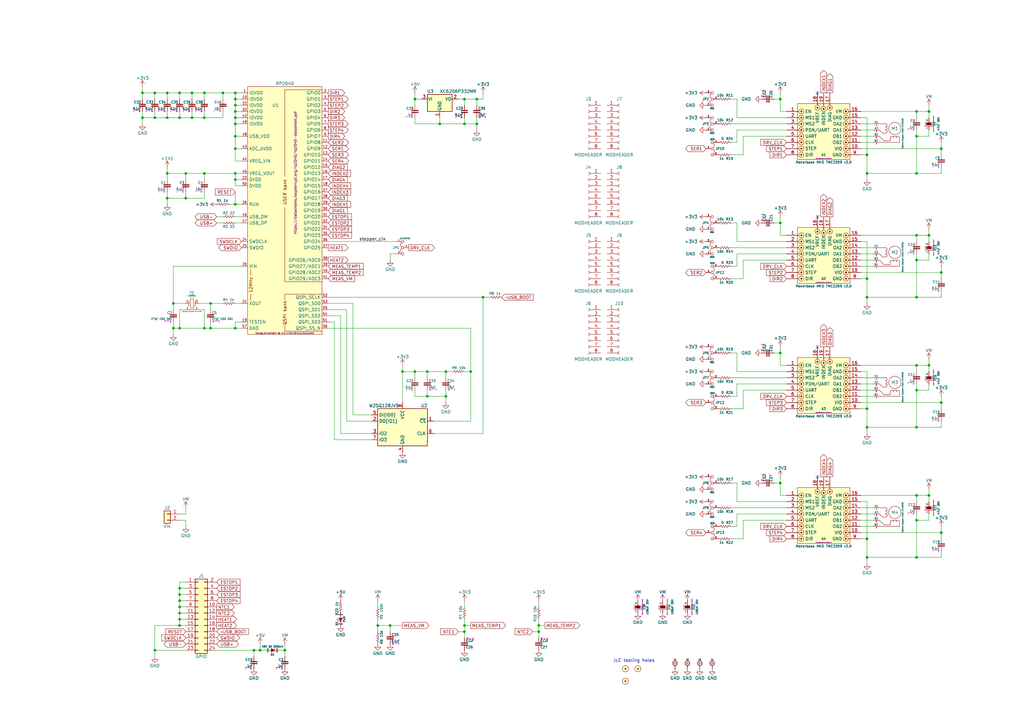
<source format=kicad_sch>
(kicad_sch (version 20230121) (generator eeschema)
  (paper "A3")
  (junction (at 96.52 71.12) (diameter 0.9144))
  (junction (at 198.12 121.92) (diameter 0.9144))
  (junction (at 63.5 266.7) (diameter 0.9144))
  (junction (at 71.12 134.62) (diameter 0.9144))
  (junction (at 355.6 121.92) (diameter 0.9144))
  (junction (at 76.2 81.28) (diameter 0.9144))
  (junction (at 375.92 55.88) (diameter 0.9144))
  (junction (at 73.66 254) (diameter 0.9144))
  (junction (at 375.92 96.52) (diameter 0.9144))
  (junction (at 355.6 228.6) (diameter 0.9144))
  (junction (at 386.08 111.76) (diameter 0.9144))
  (junction (at 190.5 50.8) (diameter 0.9144))
  (junction (at 375.92 175.26) (diameter 0.9144))
  (junction (at 96.52 48.26) (diameter 0.9144))
  (junction (at 175.26 162.56) (diameter 0.9144))
  (junction (at 355.6 114.3) (diameter 0.9144))
  (junction (at 375.92 228.6) (diameter 0.9144))
  (junction (at 78.74 48.26) (diameter 0.9144))
  (junction (at 96.52 134.62) (diameter 0.9144))
  (junction (at 355.6 71.12) (diameter 0.9144))
  (junction (at 386.08 165.1) (diameter 0.9144))
  (junction (at 190.5 40.64) (diameter 0.9144))
  (junction (at 375.92 121.92) (diameter 0.9144))
  (junction (at 381 203.2) (diameter 0.9144))
  (junction (at 96.52 60.96) (diameter 0.9144))
  (junction (at 104.14 266.7) (diameter 0.9144))
  (junction (at 96.52 55.88) (diameter 0.9144))
  (junction (at 375.92 71.12) (diameter 0.9144))
  (junction (at 83.82 71.12) (diameter 0.9144))
  (junction (at 220.98 256.54) (diameter 0.9144))
  (junction (at 68.58 81.28) (diameter 0.9144))
  (junction (at 160.02 256.54) (diameter 0.9144))
  (junction (at 320.04 91.44) (diameter 0.9144))
  (junction (at 375.92 45.72) (diameter 0.9144))
  (junction (at 73.66 243.84) (diameter 0.9144))
  (junction (at 58.42 48.26) (diameter 0.9144))
  (junction (at 76.2 71.12) (diameter 0.9144))
  (junction (at 355.6 220.98) (diameter 0.9144))
  (junction (at 180.34 50.8) (diameter 0.9144))
  (junction (at 86.36 124.46) (diameter 0.9144))
  (junction (at 73.66 246.38) (diameter 0.9144))
  (junction (at 165.1 152.4) (diameter 0.9144))
  (junction (at 190.5 256.54) (diameter 0.9144))
  (junction (at 96.52 43.18) (diameter 0.9144))
  (junction (at 83.82 48.26) (diameter 0.9144))
  (junction (at 195.58 40.64) (diameter 0.9144))
  (junction (at 106.68 266.7) (diameter 0.9144))
  (junction (at 63.5 38.1) (diameter 0.9144))
  (junction (at 154.94 256.54) (diameter 0.9144))
  (junction (at 182.88 162.56) (diameter 0.9144))
  (junction (at 381 45.72) (diameter 0.9144))
  (junction (at 355.6 167.64) (diameter 0.9144))
  (junction (at 68.58 48.26) (diameter 0.9144))
  (junction (at 68.58 71.12) (diameter 0.9144))
  (junction (at 68.58 38.1) (diameter 0.9144))
  (junction (at 375.92 203.2) (diameter 0.9144))
  (junction (at 220.98 259.08) (diameter 0.9144))
  (junction (at 381 149.86) (diameter 0.9144))
  (junction (at 73.66 241.3) (diameter 0.9144))
  (junction (at 83.82 38.1) (diameter 0.9144))
  (junction (at 193.04 152.4) (diameter 0.9144))
  (junction (at 170.18 152.4) (diameter 0.9144))
  (junction (at 96.52 40.64) (diameter 0.9144))
  (junction (at 71.12 124.46) (diameter 0.9144))
  (junction (at 190.5 259.08) (diameter 0.9144))
  (junction (at 96.52 50.8) (diameter 0.9144))
  (junction (at 386.08 218.44) (diameter 0.9144))
  (junction (at 86.36 134.62) (diameter 0.9144))
  (junction (at 83.82 134.62) (diameter 0.9144))
  (junction (at 116.84 266.7) (diameter 0.9144))
  (junction (at 96.52 73.66) (diameter 0.9144))
  (junction (at 63.5 48.26) (diameter 0.9144))
  (junction (at 73.66 256.54) (diameter 0.9144))
  (junction (at 375.92 149.86) (diameter 0.9144))
  (junction (at 386.08 60.96) (diameter 0.9144))
  (junction (at 320.04 40.64) (diameter 0.9144))
  (junction (at 381 96.52) (diameter 0.9144))
  (junction (at 182.88 152.4) (diameter 0.9144))
  (junction (at 170.18 40.64) (diameter 0.9144))
  (junction (at 320.04 144.78) (diameter 0.9144))
  (junction (at 73.66 38.1) (diameter 0.9144))
  (junction (at 73.66 134.62) (diameter 0.9144))
  (junction (at 96.52 45.72) (diameter 0.9144))
  (junction (at 375.92 160.02) (diameter 0.9144))
  (junction (at 96.52 38.1) (diameter 0.9144))
  (junction (at 375.92 213.36) (diameter 0.9144))
  (junction (at 195.58 50.8) (diameter 0.9144))
  (junction (at 375.92 106.68) (diameter 0.9144))
  (junction (at 320.04 198.12) (diameter 0.9144))
  (junction (at 91.44 38.1) (diameter 0.9144))
  (junction (at 78.74 38.1) (diameter 0.9144))
  (junction (at 96.52 83.82) (diameter 0.9144))
  (junction (at 175.26 152.4) (diameter 0.9144))
  (junction (at 73.66 251.46) (diameter 0.9144))
  (junction (at 58.42 38.1) (diameter 0.9144))
  (junction (at 73.66 48.26) (diameter 0.9144))
  (junction (at 73.66 248.92) (diameter 0.9144))
  (junction (at 355.6 175.26) (diameter 0.9144))
  (junction (at 355.6 63.5) (diameter 0.9144))
  (no_connect (at 335.28 38.1))
  (no_connect (at 335.28 88.9))
  (no_connect (at 335.28 142.24))
  (no_connect (at 335.28 195.58))
  (wire (pts (xy 175.26 152.4) (xy 175.26 154.94)))
  (wire (pts (xy 58.42 48.26) (xy 58.42 50.8)))
  (wire (pts (xy 96.52 55.88) (xy 99.06 55.88)))
  (wire (pts (xy 96.52 78.74) (xy 96.52 83.82)))
  (wire (pts (xy 68.58 71.12) (xy 68.58 73.66)))
  (wire (pts (xy 71.12 132.08) (xy 71.12 134.62)))
  (wire (pts (xy 71.12 134.62) (xy 73.66 134.62)))
  (wire (pts (xy 73.66 134.62) (xy 83.82 134.62)))
  (wire (pts (xy 320.04 91.44) (xy 320.04 88.9)))
  (wire (pts (xy 96.52 132.08) (xy 96.52 134.62)))
  (wire (pts (xy 99.06 132.08) (xy 96.52 132.08)))
  (wire (pts (xy 353.06 149.86) (xy 375.92 149.86)))
  (wire (pts (xy 86.36 132.08) (xy 86.36 134.62)))
  (wire (pts (xy 220.98 256.54) (xy 223.52 256.54)))
  (wire (pts (xy 81.28 124.46) (xy 86.36 124.46)))
  (wire (pts (xy 86.36 124.46) (xy 91.44 124.46)))
  (wire (pts (xy 187.96 40.64) (xy 190.5 40.64)))
  (wire (pts (xy 190.5 40.64) (xy 190.5 43.18)))
  (wire (pts (xy 381 106.68) (xy 381 104.14)))
  (wire (pts (xy 86.36 124.46) (xy 86.36 127)))
  (wire (pts (xy 358.14 157.48) (xy 353.06 157.48)))
  (wire (pts (xy 71.12 124.46) (xy 76.2 124.46)))
  (wire (pts (xy 71.12 127) (xy 71.12 124.46)))
  (wire (pts (xy 78.74 38.1) (xy 78.74 40.64)))
  (wire (pts (xy 96.52 48.26) (xy 99.06 48.26)))
  (wire (pts (xy 96.52 43.18) (xy 99.06 43.18)))
  (wire (pts (xy 353.06 96.52) (xy 375.92 96.52)))
  (wire (pts (xy 190.5 254) (xy 190.5 256.54)))
  (wire (pts (xy 190.5 256.54) (xy 190.5 259.08)))
  (wire (pts (xy 190.5 259.08) (xy 190.5 261.62)))
  (wire (pts (xy 358.14 101.6) (xy 353.06 101.6)))
  (wire (pts (xy 182.88 162.56) (xy 182.88 165.1)))
  (wire (pts (xy 322.58 96.52) (xy 320.04 96.52)))
  (wire (pts (xy 386.08 215.9) (xy 386.08 218.44)))
  (wire (pts (xy 355.6 228.6) (xy 375.92 228.6)))
  (wire (pts (xy 322.58 149.86) (xy 320.04 149.86)))
  (wire (pts (xy 58.42 38.1) (xy 63.5 38.1)))
  (wire (pts (xy 63.5 38.1) (xy 68.58 38.1)))
  (wire (pts (xy 68.58 38.1) (xy 73.66 38.1)))
  (wire (pts (xy 73.66 38.1) (xy 78.74 38.1)))
  (wire (pts (xy 78.74 38.1) (xy 83.82 38.1)))
  (wire (pts (xy 83.82 38.1) (xy 91.44 38.1)))
  (wire (pts (xy 71.12 109.22) (xy 71.12 124.46)))
  (wire (pts (xy 99.06 109.22) (xy 71.12 109.22)))
  (wire (pts (xy 358.14 160.02) (xy 353.06 160.02)))
  (wire (pts (xy 160.02 104.14) (xy 160.02 106.68)))
  (wire (pts (xy 162.56 104.14) (xy 160.02 104.14)))
  (wire (pts (xy 386.08 218.44) (xy 386.08 220.98)))
  (wire (pts (xy 195.58 48.26) (xy 195.58 50.8)))
  (wire (pts (xy 58.42 38.1) (xy 58.42 40.64)))
  (wire (pts (xy 63.5 45.72) (xy 63.5 48.26)))
  (wire (pts (xy 299.72 167.64) (xy 304.8 167.64)))
  (wire (pts (xy 304.8 160.02) (xy 322.58 160.02)))
  (wire (pts (xy 304.8 167.64) (xy 304.8 160.02)))
  (wire (pts (xy 96.52 91.44) (xy 99.06 91.44)))
  (wire (pts (xy 91.44 38.1) (xy 91.44 40.64)))
  (wire (pts (xy 160.02 256.54) (xy 154.94 256.54)))
  (wire (pts (xy 165.1 256.54) (xy 160.02 256.54)))
  (wire (pts (xy 355.6 205.74) (xy 353.06 205.74)))
  (wire (pts (xy 198.12 121.92) (xy 200.66 121.92)))
  (wire (pts (xy 96.52 124.46) (xy 99.06 124.46)))
  (wire (pts (xy 386.08 58.42) (xy 386.08 60.96)))
  (wire (pts (xy 386.08 60.96) (xy 386.08 63.5)))
  (wire (pts (xy 358.14 109.22) (xy 353.06 109.22)))
  (wire (pts (xy 386.08 111.76) (xy 386.08 114.3)))
  (wire (pts (xy 76.2 208.28) (xy 76.2 210.82)))
  (wire (pts (xy 76.2 210.82) (xy 73.66 210.82)))
  (wire (pts (xy 302.26 48.26) (xy 322.58 48.26)))
  (wire (pts (xy 73.66 213.36) (xy 76.2 213.36)))
  (wire (pts (xy 76.2 213.36) (xy 76.2 215.9)))
  (wire (pts (xy 355.6 175.26) (xy 355.6 167.64)))
  (wire (pts (xy 73.66 248.92) (xy 76.2 248.92)))
  (wire (pts (xy 170.18 160.02) (xy 170.18 162.56)))
  (wire (pts (xy 170.18 162.56) (xy 175.26 162.56)))
  (wire (pts (xy 175.26 162.56) (xy 182.88 162.56)))
  (wire (pts (xy 182.88 160.02) (xy 182.88 162.56)))
  (wire (pts (xy 381 203.2) (xy 381 205.74)))
  (wire (pts (xy 375.92 149.86) (xy 381 149.86)))
  (wire (pts (xy 304.8 213.36) (xy 304.8 220.98)))
  (wire (pts (xy 304.8 220.98) (xy 299.72 220.98)))
  (wire (pts (xy 322.58 213.36) (xy 304.8 213.36)))
  (wire (pts (xy 299.72 63.5) (xy 304.8 63.5)))
  (wire (pts (xy 304.8 55.88) (xy 322.58 55.88)))
  (wire (pts (xy 304.8 63.5) (xy 304.8 55.88)))
  (wire (pts (xy 358.14 50.8) (xy 353.06 50.8)))
  (wire (pts (xy 220.98 246.38) (xy 220.98 248.92)))
  (wire (pts (xy 355.6 121.92) (xy 375.92 121.92)))
  (wire (pts (xy 355.6 152.4) (xy 353.06 152.4)))
  (wire (pts (xy 317.5 144.78) (xy 320.04 144.78)))
  (wire (pts (xy 154.94 246.38) (xy 154.94 248.92)))
  (wire (pts (xy 320.04 96.52) (xy 320.04 91.44)))
  (wire (pts (xy 134.62 99.06) (xy 162.56 99.06)))
  (wire (pts (xy 177.8 172.72) (xy 193.04 172.72)))
  (wire (pts (xy 193.04 134.62) (xy 134.62 134.62)))
  (wire (pts (xy 193.04 152.4) (xy 193.04 134.62)))
  (wire (pts (xy 193.04 172.72) (xy 193.04 152.4)))
  (wire (pts (xy 76.2 71.12) (xy 76.2 73.66)))
  (wire (pts (xy 355.6 177.8) (xy 355.6 175.26)))
  (wire (pts (xy 375.92 55.88) (xy 375.92 71.12)))
  (wire (pts (xy 375.92 71.12) (xy 386.08 71.12)))
  (wire (pts (xy 170.18 38.1) (xy 170.18 40.64)))
  (wire (pts (xy 170.18 40.64) (xy 170.18 43.18)))
  (wire (pts (xy 63.5 256.54) (xy 73.66 256.54)))
  (wire (pts (xy 73.66 256.54) (xy 76.2 256.54)))
  (wire (pts (xy 353.06 220.98) (xy 355.6 220.98)))
  (wire (pts (xy 218.44 259.08) (xy 220.98 259.08)))
  (wire (pts (xy 375.92 121.92) (xy 386.08 121.92)))
  (wire (pts (xy 386.08 172.72) (xy 386.08 175.26)))
  (wire (pts (xy 358.14 213.36) (xy 353.06 213.36)))
  (wire (pts (xy 320.04 40.64) (xy 320.04 38.1)))
  (wire (pts (xy 320.04 45.72) (xy 320.04 40.64)))
  (wire (pts (xy 322.58 45.72) (xy 320.04 45.72)))
  (wire (pts (xy 93.98 83.82) (xy 96.52 83.82)))
  (wire (pts (xy 96.52 83.82) (xy 99.06 83.82)))
  (wire (pts (xy 96.52 73.66) (xy 99.06 73.66)))
  (wire (pts (xy 353.06 167.64) (xy 355.6 167.64)))
  (wire (pts (xy 68.58 81.28) (xy 68.58 83.82)))
  (wire (pts (xy 83.82 45.72) (xy 83.82 48.26)))
  (wire (pts (xy 375.92 53.34) (xy 375.92 55.88)))
  (wire (pts (xy 375.92 55.88) (xy 381 55.88)))
  (wire (pts (xy 381 55.88) (xy 381 53.34)))
  (wire (pts (xy 220.98 256.54) (xy 220.98 259.08)))
  (wire (pts (xy 73.66 246.38) (xy 76.2 246.38)))
  (wire (pts (xy 355.6 71.12) (xy 375.92 71.12)))
  (wire (pts (xy 58.42 45.72) (xy 58.42 48.26)))
  (wire (pts (xy 358.14 53.34) (xy 353.06 53.34)))
  (wire (pts (xy 73.66 243.84) (xy 76.2 243.84)))
  (wire (pts (xy 386.08 162.56) (xy 386.08 165.1)))
  (wire (pts (xy 320.04 144.78) (xy 320.04 142.24)))
  (wire (pts (xy 134.62 132.08) (xy 137.16 132.08)))
  (wire (pts (xy 137.16 132.08) (xy 137.16 180.34)))
  (wire (pts (xy 137.16 180.34) (xy 152.4 180.34)))
  (wire (pts (xy 317.5 198.12) (xy 320.04 198.12)))
  (wire (pts (xy 322.58 203.2) (xy 320.04 203.2)))
  (wire (pts (xy 299.72 109.22) (xy 302.26 109.22)))
  (wire (pts (xy 302.26 104.14) (xy 322.58 104.14)))
  (wire (pts (xy 302.26 109.22) (xy 302.26 104.14)))
  (wire (pts (xy 96.52 60.96) (xy 99.06 60.96)))
  (wire (pts (xy 353.06 60.96) (xy 386.08 60.96)))
  (wire (pts (xy 177.8 177.8) (xy 198.12 177.8)))
  (wire (pts (xy 198.12 121.92) (xy 134.62 121.92)))
  (wire (pts (xy 198.12 177.8) (xy 198.12 121.92)))
  (wire (pts (xy 190.5 256.54) (xy 193.04 256.54)))
  (wire (pts (xy 170.18 40.64) (xy 172.72 40.64)))
  (wire (pts (xy 78.74 45.72) (xy 78.74 48.26)))
  (wire (pts (xy 73.66 238.76) (xy 73.66 241.3)))
  (wire (pts (xy 73.66 241.3) (xy 73.66 243.84)))
  (wire (pts (xy 73.66 243.84) (xy 73.66 246.38)))
  (wire (pts (xy 73.66 246.38) (xy 73.66 248.92)))
  (wire (pts (xy 73.66 248.92) (xy 73.66 251.46)))
  (wire (pts (xy 73.66 251.46) (xy 73.66 254)))
  (wire (pts (xy 73.66 254) (xy 73.66 256.54)))
  (wire (pts (xy 76.2 238.76) (xy 73.66 238.76)))
  (wire (pts (xy 320.04 203.2) (xy 320.04 198.12)))
  (wire (pts (xy 353.06 111.76) (xy 386.08 111.76)))
  (wire (pts (xy 96.52 38.1) (xy 96.52 40.64)))
  (wire (pts (xy 96.52 40.64) (xy 96.52 43.18)))
  (wire (pts (xy 96.52 43.18) (xy 96.52 45.72)))
  (wire (pts (xy 96.52 45.72) (xy 96.52 48.26)))
  (wire (pts (xy 96.52 48.26) (xy 96.52 50.8)))
  (wire (pts (xy 96.52 50.8) (xy 96.52 55.88)))
  (wire (pts (xy 96.52 55.88) (xy 96.52 60.96)))
  (wire (pts (xy 96.52 60.96) (xy 96.52 66.04)))
  (wire (pts (xy 96.52 66.04) (xy 99.06 66.04)))
  (wire (pts (xy 358.14 55.88) (xy 353.06 55.88)))
  (wire (pts (xy 299.72 144.78) (xy 302.26 144.78)))
  (wire (pts (xy 302.26 144.78) (xy 302.26 152.4)))
  (wire (pts (xy 302.26 152.4) (xy 322.58 152.4)))
  (wire (pts (xy 375.92 203.2) (xy 375.92 205.74)))
  (wire (pts (xy 355.6 220.98) (xy 355.6 205.74)))
  (wire (pts (xy 381 213.36) (xy 381 210.82)))
  (wire (pts (xy 358.14 162.56) (xy 353.06 162.56)))
  (wire (pts (xy 386.08 109.22) (xy 386.08 111.76)))
  (wire (pts (xy 88.9 88.9) (xy 91.44 88.9)))
  (wire (pts (xy 375.92 160.02) (xy 375.92 175.26)))
  (wire (pts (xy 299.72 91.44) (xy 302.26 91.44)))
  (wire (pts (xy 302.26 91.44) (xy 302.26 99.06)))
  (wire (pts (xy 302.26 99.06) (xy 322.58 99.06)))
  (wire (pts (xy 299.72 50.8) (xy 322.58 50.8)))
  (wire (pts (xy 355.6 121.92) (xy 355.6 114.3)))
  (wire (pts (xy 299.72 198.12) (xy 302.26 198.12)))
  (wire (pts (xy 302.26 198.12) (xy 302.26 205.74)))
  (wire (pts (xy 302.26 205.74) (xy 322.58 205.74)))
  (wire (pts (xy 220.98 254) (xy 220.98 256.54)))
  (wire (pts (xy 358.14 154.94) (xy 353.06 154.94)))
  (wire (pts (xy 96.52 50.8) (xy 99.06 50.8)))
  (wire (pts (xy 375.92 203.2) (xy 381 203.2)))
  (wire (pts (xy 375.92 96.52) (xy 381 96.52)))
  (wire (pts (xy 353.06 63.5) (xy 355.6 63.5)))
  (wire (pts (xy 375.92 96.52) (xy 375.92 99.06)))
  (wire (pts (xy 353.06 203.2) (xy 375.92 203.2)))
  (wire (pts (xy 187.96 259.08) (xy 190.5 259.08)))
  (wire (pts (xy 91.44 38.1) (xy 96.52 38.1)))
  (wire (pts (xy 190.5 246.38) (xy 190.5 248.92)))
  (wire (pts (xy 96.52 40.64) (xy 99.06 40.64)))
  (wire (pts (xy 170.18 48.26) (xy 170.18 50.8)))
  (wire (pts (xy 170.18 50.8) (xy 180.34 50.8)))
  (wire (pts (xy 180.34 50.8) (xy 190.5 50.8)))
  (wire (pts (xy 190.5 50.8) (xy 195.58 50.8)))
  (wire (pts (xy 195.58 50.8) (xy 195.58 53.34)))
  (wire (pts (xy 358.14 215.9) (xy 353.06 215.9)))
  (wire (pts (xy 83.82 38.1) (xy 83.82 40.64)))
  (wire (pts (xy 96.52 45.72) (xy 99.06 45.72)))
  (wire (pts (xy 170.18 152.4) (xy 170.18 154.94)))
  (wire (pts (xy 165.1 149.86) (xy 165.1 152.4)))
  (wire (pts (xy 165.1 152.4) (xy 165.1 165.1)))
  (wire (pts (xy 96.52 38.1) (xy 99.06 38.1)))
  (wire (pts (xy 304.8 106.68) (xy 304.8 114.3)))
  (wire (pts (xy 304.8 114.3) (xy 299.72 114.3)))
  (wire (pts (xy 322.58 106.68) (xy 304.8 106.68)))
  (wire (pts (xy 375.92 213.36) (xy 375.92 228.6)))
  (wire (pts (xy 71.12 134.62) (xy 71.12 137.16)))
  (wire (pts (xy 375.92 210.82) (xy 375.92 213.36)))
  (wire (pts (xy 76.2 78.74) (xy 76.2 81.28)))
  (wire (pts (xy 355.6 175.26) (xy 375.92 175.26)))
  (wire (pts (xy 386.08 165.1) (xy 386.08 167.64)))
  (wire (pts (xy 73.66 45.72) (xy 73.66 48.26)))
  (wire (pts (xy 96.52 73.66) (xy 96.52 71.12)))
  (wire (pts (xy 96.52 76.2) (xy 96.52 73.66)))
  (wire (pts (xy 99.06 76.2) (xy 96.52 76.2)))
  (wire (pts (xy 320.04 198.12) (xy 320.04 195.58)))
  (wire (pts (xy 353.06 165.1) (xy 386.08 165.1)))
  (wire (pts (xy 68.58 68.58) (xy 68.58 71.12)))
  (wire (pts (xy 68.58 71.12) (xy 76.2 71.12)))
  (wire (pts (xy 76.2 71.12) (xy 83.82 71.12)))
  (wire (pts (xy 83.82 71.12) (xy 96.52 71.12)))
  (wire (pts (xy 96.52 71.12) (xy 99.06 71.12)))
  (wire (pts (xy 355.6 48.26) (xy 353.06 48.26)))
  (wire (pts (xy 355.6 63.5) (xy 355.6 48.26)))
  (wire (pts (xy 355.6 71.12) (xy 355.6 63.5)))
  (wire (pts (xy 355.6 73.66) (xy 355.6 71.12)))
  (wire (pts (xy 154.94 254) (xy 154.94 256.54)))
  (wire (pts (xy 154.94 256.54) (xy 154.94 259.08)))
  (wire (pts (xy 299.72 154.94) (xy 322.58 154.94)))
  (wire (pts (xy 317.5 91.44) (xy 320.04 91.44)))
  (wire (pts (xy 353.06 45.72) (xy 375.92 45.72)))
  (wire (pts (xy 375.92 45.72) (xy 381 45.72)))
  (wire (pts (xy 355.6 124.46) (xy 355.6 121.92)))
  (wire (pts (xy 63.5 48.26) (xy 58.42 48.26)))
  (wire (pts (xy 68.58 48.26) (xy 63.5 48.26)))
  (wire (pts (xy 73.66 48.26) (xy 68.58 48.26)))
  (wire (pts (xy 78.74 48.26) (xy 73.66 48.26)))
  (wire (pts (xy 83.82 48.26) (xy 78.74 48.26)))
  (wire (pts (xy 91.44 45.72) (xy 91.44 48.26)))
  (wire (pts (xy 91.44 48.26) (xy 83.82 48.26)))
  (wire (pts (xy 381 200.66) (xy 381 203.2)))
  (wire (pts (xy 355.6 99.06) (xy 353.06 99.06)))
  (wire (pts (xy 355.6 228.6) (xy 355.6 220.98)))
  (wire (pts (xy 73.66 38.1) (xy 73.66 40.64)))
  (wire (pts (xy 116.84 264.16) (xy 116.84 266.7)))
  (wire (pts (xy 116.84 266.7) (xy 114.3 266.7)))
  (wire (pts (xy 358.14 104.14) (xy 353.06 104.14)))
  (wire (pts (xy 182.88 152.4) (xy 185.42 152.4)))
  (wire (pts (xy 134.62 124.46) (xy 144.78 124.46)))
  (wire (pts (xy 144.78 124.46) (xy 144.78 170.18)))
  (wire (pts (xy 144.78 170.18) (xy 152.4 170.18)))
  (wire (pts (xy 381 160.02) (xy 381 157.48)))
  (wire (pts (xy 190.5 152.4) (xy 193.04 152.4)))
  (wire (pts (xy 83.82 71.12) (xy 83.82 73.66)))
  (wire (pts (xy 375.92 106.68) (xy 375.92 121.92)))
  (wire (pts (xy 106.68 266.7) (xy 109.22 266.7)))
  (wire (pts (xy 63.5 266.7) (xy 76.2 266.7)))
  (wire (pts (xy 104.14 266.7) (xy 104.14 269.24)))
  (wire (pts (xy 355.6 114.3) (xy 355.6 99.06)))
  (wire (pts (xy 68.58 45.72) (xy 68.58 48.26)))
  (wire (pts (xy 299.72 208.28) (xy 322.58 208.28)))
  (wire (pts (xy 375.92 228.6) (xy 386.08 228.6)))
  (wire (pts (xy 317.5 40.64) (xy 320.04 40.64)))
  (wire (pts (xy 381 149.86) (xy 381 152.4)))
  (wire (pts (xy 299.72 101.6) (xy 322.58 101.6)))
  (wire (pts (xy 375.92 213.36) (xy 381 213.36)))
  (wire (pts (xy 198.12 38.1) (xy 198.12 40.64)))
  (wire (pts (xy 198.12 40.64) (xy 195.58 40.64)))
  (wire (pts (xy 381 147.32) (xy 381 149.86)))
  (wire (pts (xy 160.02 256.54) (xy 160.02 259.08)))
  (wire (pts (xy 63.5 38.1) (xy 63.5 40.64)))
  (wire (pts (xy 165.1 152.4) (xy 170.18 152.4)))
  (wire (pts (xy 170.18 152.4) (xy 175.26 152.4)))
  (wire (pts (xy 175.26 152.4) (xy 182.88 152.4)))
  (wire (pts (xy 182.88 154.94) (xy 182.88 152.4)))
  (wire (pts (xy 68.58 81.28) (xy 68.58 78.74)))
  (wire (pts (xy 76.2 81.28) (xy 68.58 81.28)))
  (wire (pts (xy 83.82 78.74) (xy 83.82 81.28)))
  (wire (pts (xy 83.82 81.28) (xy 76.2 81.28)))
  (wire (pts (xy 73.66 241.3) (xy 76.2 241.3)))
  (wire (pts (xy 381 93.98) (xy 381 96.52)))
  (wire (pts (xy 134.62 127) (xy 142.24 127)))
  (wire (pts (xy 142.24 127) (xy 142.24 172.72)))
  (wire (pts (xy 142.24 172.72) (xy 152.4 172.72)))
  (wire (pts (xy 386.08 119.38) (xy 386.08 121.92)))
  (wire (pts (xy 190.5 48.26) (xy 190.5 50.8)))
  (wire (pts (xy 302.26 53.34) (xy 302.26 58.42)))
  (wire (pts (xy 302.26 58.42) (xy 299.72 58.42)))
  (wire (pts (xy 322.58 53.34) (xy 302.26 53.34)))
  (wire (pts (xy 386.08 68.58) (xy 386.08 71.12)))
  (wire (pts (xy 375.92 106.68) (xy 381 106.68)))
  (wire (pts (xy 375.92 175.26) (xy 386.08 175.26)))
  (wire (pts (xy 375.92 45.72) (xy 375.92 48.26)))
  (wire (pts (xy 358.14 106.68) (xy 353.06 106.68)))
  (wire (pts (xy 381 96.52) (xy 381 99.06)))
  (wire (pts (xy 220.98 259.08) (xy 220.98 261.62)))
  (wire (pts (xy 375.92 157.48) (xy 375.92 160.02)))
  (wire (pts (xy 63.5 256.54) (xy 63.5 266.7)))
  (wire (pts (xy 63.5 266.7) (xy 63.5 269.24)))
  (wire (pts (xy 353.06 114.3) (xy 355.6 114.3)))
  (wire (pts (xy 73.66 127) (xy 73.66 134.62)))
  (wire (pts (xy 76.2 127) (xy 73.66 127)))
  (wire (pts (xy 96.52 88.9) (xy 99.06 88.9)))
  (wire (pts (xy 180.34 48.26) (xy 180.34 50.8)))
  (wire (pts (xy 81.28 127) (xy 83.82 127)))
  (wire (pts (xy 83.82 127) (xy 83.82 134.62)))
  (wire (pts (xy 83.82 134.62) (xy 86.36 134.62)))
  (wire (pts (xy 86.36 134.62) (xy 96.52 134.62)))
  (wire (pts (xy 96.52 134.62) (xy 99.06 134.62)))
  (wire (pts (xy 358.14 210.82) (xy 353.06 210.82)))
  (wire (pts (xy 355.6 231.14) (xy 355.6 228.6)))
  (wire (pts (xy 386.08 226.06) (xy 386.08 228.6)))
  (wire (pts (xy 375.92 149.86) (xy 375.92 152.4)))
  (wire (pts (xy 353.06 218.44) (xy 386.08 218.44)))
  (wire (pts (xy 116.84 266.7) (xy 116.84 269.24)))
  (wire (pts (xy 73.66 251.46) (xy 76.2 251.46)))
  (wire (pts (xy 175.26 160.02) (xy 175.26 162.56)))
  (wire (pts (xy 299.72 215.9) (xy 302.26 215.9)))
  (wire (pts (xy 302.26 210.82) (xy 322.58 210.82)))
  (wire (pts (xy 302.26 215.9) (xy 302.26 210.82)))
  (wire (pts (xy 195.58 40.64) (xy 190.5 40.64)))
  (wire (pts (xy 195.58 43.18) (xy 195.58 40.64)))
  (wire (pts (xy 299.72 40.64) (xy 302.26 40.64)))
  (wire (pts (xy 302.26 40.64) (xy 302.26 48.26)))
  (wire (pts (xy 58.42 35.56) (xy 58.42 38.1)))
  (wire (pts (xy 375.92 160.02) (xy 381 160.02)))
  (wire (pts (xy 358.14 208.28) (xy 353.06 208.28)))
  (wire (pts (xy 134.62 129.54) (xy 139.7 129.54)))
  (wire (pts (xy 139.7 129.54) (xy 139.7 177.8)))
  (wire (pts (xy 139.7 177.8) (xy 152.4 177.8)))
  (wire (pts (xy 88.9 266.7) (xy 104.14 266.7)))
  (wire (pts (xy 104.14 266.7) (xy 106.68 266.7)))
  (wire (pts (xy 106.68 266.7) (xy 106.68 264.16)))
  (wire (pts (xy 375.92 104.14) (xy 375.92 106.68)))
  (wire (pts (xy 320.04 149.86) (xy 320.04 144.78)))
  (wire (pts (xy 88.9 91.44) (xy 91.44 91.44)))
  (wire (pts (xy 302.26 157.48) (xy 302.26 162.56)))
  (wire (pts (xy 302.26 162.56) (xy 299.72 162.56)))
  (wire (pts (xy 322.58 157.48) (xy 302.26 157.48)))
  (wire (pts (xy 358.14 58.42) (xy 353.06 58.42)))
  (wire (pts (xy 68.58 38.1) (xy 68.58 40.64)))
  (wire (pts (xy 381 43.18) (xy 381 45.72)))
  (wire (pts (xy 381 45.72) (xy 381 48.26)))
  (wire (pts (xy 355.6 167.64) (xy 355.6 152.4)))
  (wire (pts (xy 73.66 254) (xy 76.2 254)))
  (text "JLC tooling holes" (at 251.46 271.78 0) (effects (font (size 1.27 1.27)) (justify left bottom)))
  (label "stepper_clk" (at 147.32 99.06 0))
  (global_label "INDEX3" (shape output) (at 337.82 142.24 90) (property "Intersheetrefs" "${INTERSHEET_REFS}" (effects hide)))
  (global_label "NTC2" (shape input) (at 218.44 259.08 180) (property "Intersheetrefs" "${INTERSHEET_REFS}" (effects hide)))
  (global_label "DRV_CLK" (shape input) (at 322.58 58.42 180) (property "Intersheetrefs" "${INTERSHEET_REFS}" (effects hide)))
  (global_label "HEAT1" (shape output) (at 88.9 254 0) (property "Intersheetrefs" "${INTERSHEET_REFS}" (effects hide)))
  (global_label "USB-" (shape bidirectional) (at 88.9 88.9 180) (property "Intersheetrefs" "${INTERSHEET_REFS}" (effects hide)))
  (global_label "DRV_CLK" (shape input) (at 322.58 215.9 180) (property "Intersheetrefs" "${INTERSHEET_REFS}" (effects hide)))
  (global_label "USB+" (shape bidirectional) (at 88.9 91.44 180) (property "Intersheetrefs" "${INTERSHEET_REFS}" (effects hide)))
  (global_label "DIR4" (shape output) (at 134.62 55.88 0) (property "Intersheetrefs" "${INTERSHEET_REFS}" (effects hide)))
  (global_label "DIAG2" (shape output) (at 340.36 88.9 90) (property "Intersheetrefs" "${INTERSHEET_REFS}" (effects hide)))
  (global_label "SER3" (shape bidirectional) (at 289.56 165.1 180) (property "Intersheetrefs" "${INTERSHEET_REFS}" (effects hide)))
  (global_label "SWDCLK" (shape input) (at 76.2 261.62 180) (property "Intersheetrefs" "${INTERSHEET_REFS}" (effects hide)))
  (global_label "INDEX1" (shape input) (at 134.62 83.82 0) (property "Intersheetrefs" "${INTERSHEET_REFS}" (effects hide)))
  (global_label "ESTOP4" (shape input) (at 134.62 96.52 0) (property "Intersheetrefs" "${INTERSHEET_REFS}" (effects hide)))
  (global_label "SER2" (shape bidirectional) (at 134.62 58.42 0) (property "Intersheetrefs" "${INTERSHEET_REFS}" (effects hide)))
  (global_label "STEP4" (shape input) (at 322.58 218.44 180) (property "Intersheetrefs" "${INTERSHEET_REFS}" (effects hide)))
  (global_label "DRV_CLK" (shape input) (at 322.58 109.22 180) (property "Intersheetrefs" "${INTERSHEET_REFS}" (effects hide)))
  (global_label "ESTOP1" (shape input) (at 88.9 238.76 0) (property "Intersheetrefs" "${INTERSHEET_REFS}" (effects hide)))
  (global_label "USB+" (shape bidirectional) (at 88.9 264.16 0) (property "Intersheetrefs" "${INTERSHEET_REFS}" (effects hide)))
  (global_label "SWDIO" (shape bidirectional) (at 88.9 261.62 0) (property "Intersheetrefs" "${INTERSHEET_REFS}" (effects hide)))
  (global_label "USB-" (shape bidirectional) (at 76.2 264.16 180) (property "Intersheetrefs" "${INTERSHEET_REFS}" (effects hide)))
  (global_label "STEP1" (shape output) (at 134.62 40.64 0) (property "Intersheetrefs" "${INTERSHEET_REFS}" (effects hide)))
  (global_label "ESTOP2" (shape input) (at 134.62 91.44 0) (property "Intersheetrefs" "${INTERSHEET_REFS}" (effects hide)))
  (global_label "SER1" (shape bidirectional) (at 289.56 60.96 180) (property "Intersheetrefs" "${INTERSHEET_REFS}" (effects hide)))
  (global_label "DIAG1" (shape output) (at 340.36 38.1 90) (property "Intersheetrefs" "${INTERSHEET_REFS}" (effects hide)))
  (global_label "INDEX2" (shape output) (at 337.82 88.9 90) (property "Intersheetrefs" "${INTERSHEET_REFS}" (effects hide)))
  (global_label "ESTOP3" (shape input) (at 134.62 93.98 0) (property "Intersheetrefs" "${INTERSHEET_REFS}" (effects hide)))
  (global_label "INDEX4" (shape input) (at 134.62 76.2 0) (property "Intersheetrefs" "${INTERSHEET_REFS}" (effects hide)))
  (global_label "DIR1" (shape input) (at 322.58 63.5 180) (property "Intersheetrefs" "${INTERSHEET_REFS}" (effects hide)))
  (global_label "NTC1" (shape output) (at 88.9 248.92 0) (property "Intersheetrefs" "${INTERSHEET_REFS}" (effects hide)))
  (global_label "DIR3" (shape output) (at 134.62 48.26 0) (property "Intersheetrefs" "${INTERSHEET_REFS}" (effects hide)))
  (global_label "SWDCLK" (shape input) (at 99.06 99.06 180) (property "Intersheetrefs" "${INTERSHEET_REFS}" (effects hide)))
  (global_label "DIAG4" (shape output) (at 340.36 195.58 90) (property "Intersheetrefs" "${INTERSHEET_REFS}" (effects hide)))
  (global_label "~USB_BOOT" (shape input) (at 88.9 259.08 0) (property "Intersheetrefs" "${INTERSHEET_REFS}" (effects hide)))
  (global_label "SER3" (shape bidirectional) (at 134.62 63.5 0) (property "Intersheetrefs" "${INTERSHEET_REFS}" (effects hide)))
  (global_label "SWDIO" (shape bidirectional) (at 99.06 101.6 180) (property "Intersheetrefs" "${INTERSHEET_REFS}" (effects hide)))
  (global_label "ESTOP1" (shape input) (at 134.62 88.9 0) (property "Intersheetrefs" "${INTERSHEET_REFS}" (effects hide)))
  (global_label "STEP3" (shape input) (at 322.58 165.1 180) (property "Intersheetrefs" "${INTERSHEET_REFS}" (effects hide)))
  (global_label "MEAS_TEMP1" (shape input) (at 134.62 109.22 0) (property "Intersheetrefs" "${INTERSHEET_REFS}" (effects hide)))
  (global_label "DRV_CLK" (shape output) (at 167.64 101.6 0) (property "Intersheetrefs" "${INTERSHEET_REFS}" (effects hide)))
  (global_label "SER2" (shape bidirectional) (at 289.56 111.76 180) (property "Intersheetrefs" "${INTERSHEET_REFS}" (effects hide)))
  (global_label "SER4" (shape bidirectional) (at 289.56 218.44 180) (property "Intersheetrefs" "${INTERSHEET_REFS}" (effects hide)))
  (global_label "INDEX3" (shape input) (at 134.62 78.74 0) (property "Intersheetrefs" "${INTERSHEET_REFS}" (effects hide)))
  (global_label "HEAT2" (shape output) (at 134.62 106.68 0) (property "Intersheetrefs" "${INTERSHEET_REFS}" (effects hide)))
  (global_label "STEP1" (shape input) (at 322.58 60.96 180) (property "Intersheetrefs" "${INTERSHEET_REFS}" (effects hide)))
  (global_label "DIAG1" (shape input) (at 134.62 86.36 0) (property "Intersheetrefs" "${INTERSHEET_REFS}" (effects hide)))
  (global_label "DIR2" (shape output) (at 134.62 45.72 0) (property "Intersheetrefs" "${INTERSHEET_REFS}" (effects hide)))
  (global_label "DIR4" (shape input) (at 322.58 220.98 180) (property "Intersheetrefs" "${INTERSHEET_REFS}" (effects hide)))
  (global_label "RESET" (shape input) (at 76.2 259.08 180) (property "Intersheetrefs" "${INTERSHEET_REFS}" (effects hide)))
  (global_label "DIAG4" (shape input) (at 134.62 73.66 0) (property "Intersheetrefs" "${INTERSHEET_REFS}" (effects hide)))
  (global_label "DIR2" (shape input) (at 322.58 114.3 180) (property "Intersheetrefs" "${INTERSHEET_REFS}" (effects hide)))
  (global_label "INDEX2" (shape input) (at 134.62 71.12 0) (property "Intersheetrefs" "${INTERSHEET_REFS}" (effects hide)))
  (global_label "MEAS_TEMP2" (shape output) (at 223.52 256.54 0) (property "Intersheetrefs" "${INTERSHEET_REFS}" (effects hide)))
  (global_label "ESTOP3" (shape input) (at 88.9 243.84 0) (property "Intersheetrefs" "${INTERSHEET_REFS}" (effects hide)))
  (global_label "STEP3" (shape output) (at 134.62 50.8 0) (property "Intersheetrefs" "${INTERSHEET_REFS}" (effects hide)))
  (global_label "DIR3" (shape input) (at 322.58 167.64 180) (property "Intersheetrefs" "${INTERSHEET_REFS}" (effects hide)))
  (global_label "DIR1" (shape output) (at 134.62 38.1 0) (property "Intersheetrefs" "${INTERSHEET_REFS}" (effects hide)))
  (global_label "MEAS_VM" (shape output) (at 165.1 256.54 0) (property "Intersheetrefs" "${INTERSHEET_REFS}" (effects hide)))
  (global_label "RESET" (shape input) (at 96.52 78.74 180) (property "Intersheetrefs" "${INTERSHEET_REFS}" (effects hide)))
  (global_label "STEP2" (shape output) (at 134.62 43.18 0) (property "Intersheetrefs" "${INTERSHEET_REFS}" (effects hide)))
  (global_label "INDEX1" (shape output) (at 337.82 38.1 90) (property "Intersheetrefs" "${INTERSHEET_REFS}" (effects hide)))
  (global_label "HEAT1" (shape output) (at 134.62 101.6 0) (property "Intersheetrefs" "${INTERSHEET_REFS}" (effects hide)))
  (global_label "DIAG3" (shape input) (at 134.62 81.28 0) (property "Intersheetrefs" "${INTERSHEET_REFS}" (effects hide)))
  (global_label "~USB_BOOT" (shape input) (at 205.74 121.92 0) (property "Intersheetrefs" "${INTERSHEET_REFS}" (effects hide)))
  (global_label "ESTOP4" (shape input) (at 88.9 246.38 0) (property "Intersheetrefs" "${INTERSHEET_REFS}" (effects hide)))
  (global_label "STEP2" (shape input) (at 322.58 111.76 180) (property "Intersheetrefs" "${INTERSHEET_REFS}" (effects hide)))
  (global_label "STEP4" (shape output) (at 134.62 53.34 0) (property "Intersheetrefs" "${INTERSHEET_REFS}" (effects hide)))
  (global_label "SER4" (shape bidirectional) (at 134.62 66.04 0) (property "Intersheetrefs" "${INTERSHEET_REFS}" (effects hide)))
  (global_label "HEAT2" (shape output) (at 88.9 256.54 0) (property "Intersheetrefs" "${INTERSHEET_REFS}" (effects hide)))
  (global_label "DIAG3" (shape output) (at 340.36 142.24 90) (property "Intersheetrefs" "${INTERSHEET_REFS}" (effects hide)))
  (global_label "NTC1" (shape input) (at 187.96 259.08 180) (property "Intersheetrefs" "${INTERSHEET_REFS}" (effects hide)))
  (global_label "MEAS_VM" (shape input) (at 134.62 114.3 0) (property "Intersheetrefs" "${INTERSHEET_REFS}" (effects hide)))
  (global_label "DRV_CLK" (shape input) (at 322.58 162.56 180) (property "Intersheetrefs" "${INTERSHEET_REFS}" (effects hide)))
  (global_label "INDEX4" (shape output) (at 337.82 195.58 90) (property "Intersheetrefs" "${INTERSHEET_REFS}" (effects hide)))
  (global_label "DIAG2" (shape input) (at 134.62 68.58 0) (property "Intersheetrefs" "${INTERSHEET_REFS}" (effects hide)))
  (global_label "MEAS_TEMP2" (shape input) (at 134.62 111.76 0) (property "Intersheetrefs" "${INTERSHEET_REFS}" (effects hide)))
  (global_label "SER1" (shape bidirectional) (at 134.62 60.96 0) (property "Intersheetrefs" "${INTERSHEET_REFS}" (effects hide)))
  (global_label "MEAS_TEMP1" (shape output) (at 193.04 256.54 0) (property "Intersheetrefs" "${INTERSHEET_REFS}" (effects hide)))
  (global_label "NTC2" (shape output) (at 88.9 251.46 0) (property "Intersheetrefs" "${INTERSHEET_REFS}" (effects hide)))
  (global_label "ESTOP2" (shape input) (at 88.9 241.3 0) (property "Intersheetrefs" "${INTERSHEET_REFS}" (effects hide)))
  (symbol (lib_id "power:+5V") (at 106.68 264.16 0) (unit 1)
    (property "Reference" "#PWR0136" (effects hide))
    (property "Value" "+5V" (at 106.68 260.604 0))
  )
  (symbol (lib_id "RobotProtos:Csmall") (at 375.92 101.6 0) (mirror y) (unit 1)
    (property "Reference" "C10" (at 375.412 100.33 0) (effects (font (size 0.9906 0.9906)) (justify left)))
    (property "Value" "1uF" (at 375.412 102.87 0) (effects (font (size 0.7874 0.7874)) (justify left)))
    (property "Footprint" "Capacitor_SMD:2012_C" (effects hide))
    (property "Voltage" "50V" (at 375.158 103.632 0) (effects (font (size 0.254 0.254) bold) (justify left)))
    (property "Tolerance" "10%" (at 373.634 103.632 0) (effects (font (size 0.254 0.254))))
    (property "Package" "2012" (at 375.158 104.14 0) (effects (font (size 0.2032 0.2032) bold) (justify left)))
    (property "Footprint_Density" "C" (at 372.364 104.14 0) (effects (font (size 0.254 0.254) bold)))
    (property "Dielectric" "X7R" (at 372.618 103.632 0) (effects (font (size 0.254 0.254))))
    (property "Footprint_Library" "Capacitor_SMD" (effects hide))
    (property "MPN" "CL21B105KBFNNNE" (effects hide))
    (property "JLCPCB Part" "C28323" (effects hide))
    (property "Sim.Device" "SPICE" (effects hide))
    (property "Sim.Params" "type=\"C\" model=\"100n\" lib=\"\"" (effects hide))
    (property "Sim.Pins" "1=1 2=2" (effects hide))
  )
  (symbol (lib_id "RobotProtos:CPsmall") (at 381 154.94 0) (unit 1)
    (property "Reference" "C15" (at 383.667 154.94 90) (effects (font (size 0.762 0.762))))
    (property "Value" "47uF 35V" (at 384.937 154.94 90) (effects (font (size 0.762 0.762))))
    (property "Footprint" "Capacitor_THT:CP_Radial_D5.0mm_P2.00mm" (at 382.905 154.94 90) (effects (font (size 0.2032 0.2032))))
    (property "MPN" "RG035M470LO5*11TA-1A1E" (effects hide))
    (property "MPN_ALT1" "C357615" (effects hide))
    (property "JLCPCB Part" "C357615" (effects hide))
    (property "Package" "CP D5 x L11" (effects hide))
  )
  (symbol (lib_id "RobotProtos:CPsmall") (at 381 208.28 0) (unit 1)
    (property "Reference" "C17" (at 383.667 208.28 90) (effects (font (size 0.762 0.762))))
    (property "Value" "47uF 35V" (at 384.937 208.28 90) (effects (font (size 0.762 0.762))))
    (property "Footprint" "Capacitor_THT:CP_Radial_D5.0mm_P2.00mm" (at 382.905 208.28 90) (effects (font (size 0.2032 0.2032))))
    (property "MPN" "RG035M470LO5*11TA-1A1E" (effects hide))
    (property "MPN_ALT1" "C357615" (effects hide))
    (property "JLCPCB Part" "C357615" (effects hide))
    (property "Package" "CP D5 x L11" (effects hide))
  )
  (symbol (lib_id "RobotProtos:CPsmall") (at 281.94 248.92 0) (unit 1)
    (property "Reference" "C42" (at 284.607 248.92 90) (effects (font (size 0.762 0.762))))
    (property "Value" "100uF 35V" (at 285.877 248.92 90) (effects (font (size 0.762 0.762))))
    (property "Footprint" "Capacitor_THT:CP_Radial_D8.0mm_P3.50mm" (at 283.845 248.92 90) (effects (font (size 0.2032 0.2032))))
    (property "MPN" "NPHDD1H101MF" (effects hide))
    (property "Package" "CP D8 x L8" (effects hide))
    (property "MPN_ALT1" "ERJ1VM221F09OT" (effects hide))
    (property "JLCPCB Part" "C269987" (effects hide))
  )
  (symbol (lib_id "Connector:Conn_01x08_Female") (at 254 78.74 0) (unit 1)
    (property "Reference" "J8" (at 254 68.58 0))
    (property "Value" "MODHEADER" (at 254 91.44 0))
    (property "Footprint" "Symbol:Dummy_01x08_2.54mm_header" (effects hide))
    (property "MPN" "C27438" (effects hide))
    (property "JLCPCB Part" "C27438" (effects hide))
  )
  (symbol (lib_id "power:+3.3V") (at 190.5 246.38 0) (unit 1)
    (property "Reference" "#PWR0108" (effects hide))
    (property "Value" "+3.3V" (at 190.5 242.824 0))
  )
  (symbol (lib_id "RobotProtos:RSMALL") (at 297.18 162.56 90) (mirror x) (unit 1)
    (property "Reference" "R26" (at 297.688 161.036 90) (effects (font (size 0.9906 0.9906)) (justify right)))
    (property "Value" "0" (at 296.926 161.036 90) (effects (font (size 0.9906 0.9906)) (justify left)))
    (property "Footprint" "Resistor_SMD:1005_C" (effects hide))
    (property "USD_per_1000" "0,024" (effects hide))
    (property "USD_per_1" "0,08" (effects hide))
    (property "MPN" "0402WGF0000TCE" (effects hide))
    (property "JLCPCB Part" "C17168" (effects hide))
  )
  (symbol (lib_id "power:GND") (at 182.88 165.1 0) (mirror y) (unit 1)
    (property "Reference" "#PWR0128" (effects hide))
    (property "Value" "GND" (at 182.88 168.91 0))
  )
  (symbol (lib_id "Connector:Conn_01x08_Female") (at 241.3 106.68 0) (mirror y) (unit 1)
    (property "Reference" "J5" (at 241.3 96.52 0))
    (property "Value" "MODHEADER" (at 241.3 119.38 0))
    (property "Footprint" "Symbol:Dummy_01x08_2.54mm_header" (effects hide))
    (property "MPN" "C27438" (effects hide))
    (property "JLCPCB Part" "C27438" (effects hide))
  )
  (symbol (lib_id "Connector:Conn_01x08_Female") (at 254 134.62 0) (unit 1)
    (property "Reference" "J10" (at 254 124.46 0))
    (property "Value" "MODHEADER" (at 254 147.32 0))
    (property "Footprint" "Symbol:Dummy_01x08_2.54mm_header" (effects hide))
    (property "MPN" "C27438" (effects hide))
    (property "JLCPCB Part" "C27438" (effects hide))
  )
  (symbol (lib_id "RobotProtos:VM") (at 116.84 264.16 0) (unit 1)
    (property "Reference" "#PWR0137" (effects hide))
    (property "Value" "VM" (at 116.84 260.604 0))
  )
  (symbol (lib_id "power:GND") (at 104.14 274.32 0) (mirror y) (unit 1)
    (property "Reference" "#PWR0147" (effects hide))
    (property "Value" "GND" (at 104.14 278.13 0))
  )
  (symbol (lib_id "power:+3.3V") (at 320.04 195.58 0) (unit 1)
    (property "Reference" "#PWR0156" (effects hide))
    (property "Value" "+3.3V" (at 320.04 192.024 0))
  )
  (symbol (lib_id "RobotProtos:Csmall") (at 386.08 170.18 0) (mirror y) (unit 1)
    (property "Reference" "C16" (at 385.572 168.91 0) (effects (font (size 0.9906 0.9906)) (justify left)))
    (property "Value" "0.1uF" (at 385.572 171.45 0) (effects (font (size 0.7874 0.7874)) (justify left)))
    (property "Footprint" "Capacitor_SMD:1005_C" (effects hide))
    (property "Voltage" "50V" (at 385.318 172.212 0) (effects (font (size 0.254 0.254) bold) (justify left)))
    (property "Tolerance" "10%" (at 383.794 172.212 0) (effects (font (size 0.254 0.254))))
    (property "Package" "1005" (at 385.318 172.72 0) (effects (font (size 0.2032 0.2032) bold) (justify left)))
    (property "Footprint_Density" "C" (at 382.524 172.72 0) (effects (font (size 0.254 0.254) bold)))
    (property "Dielectric" "X7R" (at 382.778 172.212 0) (effects (font (size 0.254 0.254))))
    (property "Footprint_Library" "Capacitor_SMD" (effects hide))
    (property "MPN" "CL05B104KO5NNNC" (effects hide))
    (property "JLCPCB Part" "C1525" (effects hide))
    (property "Sim.Device" "SPICE" (effects hide))
    (property "Sim.Params" "type=\"C\" model=\"100n\" lib=\"\"" (effects hide))
    (property "Sim.Pins" "1=1 2=2" (effects hide))
  )
  (symbol (lib_id "RobotProtos:Csmall") (at 68.58 43.18 0) (mirror y) (unit 1)
    (property "Reference" "C34" (at 68.072 41.91 0) (effects (font (size 0.9906 0.9906)) (justify left)))
    (property "Value" "0.1uF" (at 68.072 44.45 0) (effects (font (size 0.7874 0.7874)) (justify left)))
    (property "Footprint" "Capacitor_SMD:1005_C" (effects hide))
    (property "Voltage" "50V" (at 67.818 45.212 0) (effects (font (size 0.254 0.254) bold) (justify left)))
    (property "Tolerance" "10%" (at 66.294 45.212 0) (effects (font (size 0.254 0.254))))
    (property "Package" "1005" (at 67.818 45.72 0) (effects (font (size 0.2032 0.2032) bold) (justify left)))
    (property "Footprint_Density" "C" (at 65.024 45.72 0) (effects (font (size 0.254 0.254) bold)))
    (property "Dielectric" "X7R" (at 65.278 45.212 0) (effects (font (size 0.254 0.254))))
    (property "Footprint_Library" "Capacitor_SMD" (effects hide))
    (property "MPN" "CL05B104KO5NNNC" (effects hide))
    (property "JLCPCB Part" "C1525" (effects hide))
    (property "Sim.Device" "SPICE" (effects hide))
    (property "Sim.Params" "type=\"C\" model=\"100n\" lib=\"\"" (effects hide))
    (property "Sim.Pins" "1=1 2=2" (effects hide))
  )
  (symbol (lib_id "power:+3.3V") (at 289.56 142.24 90) (unit 1)
    (property "Reference" "#PWR0124" (effects hide))
    (property "Value" "+3.3V" (at 283.464 142.24 90))
  )
  (symbol (lib_id "power:GND") (at 312.42 144.78 270) (unit 1)
    (property "Reference" "#PWR0123" (effects hide))
    (property "Value" "GND" (at 306.07 144.78 90))
  )
  (symbol (lib_id "power:GND") (at 271.78 251.46 0) (unit 1)
    (property "Reference" "#PWR0168" (effects hide))
    (property "Value" "GND" (at 271.78 255.27 0))
  )
  (symbol (lib_id "RobotProtos:RSMALL") (at 139.7 248.92 0) (unit 1)
    (property "Reference" "R23" (at 138.176 249.428 90) (effects (font (size 0.9906 0.9906)) (justify right)))
    (property "Value" "1k" (at 138.176 248.666 90) (effects (font (size 0.9906 0.9906)) (justify left)))
    (property "Footprint" "Resistor_SMD:1005_C" (effects hide))
    (property "USD_per_1000" "0,024" (effects hide))
    (property "USD_per_1" "0,08" (effects hide))
    (property "MPN" "0402WGF1001TCE" (effects hide))
    (property "JLCPCB Part" "C11702" (effects hide))
  )
  (symbol (lib_id "RobotProtos:JUMPER_3") (at 292.1 154.94 0) (mirror x) (unit 1)
    (property "Reference" "JP7" (at 290.83 154.94 0) (effects (font (size 0.9906 0.9906)) (justify right)))
    (property "Value" "MS2" (at 291.084 158.75 0) (effects (font (size 0.6096 0.6096)) (justify left)))
    (property "Footprint" "Jumper:SolderJumper-3_P1.3mm_Bridged12_RoundedPad1.0x1.5mm_NumberLabels" (effects hide))
    (property "USD_per_1000" "0,085" (effects hide))
    (property "USD_per_1" "0,25" (effects hide))
    (property "MPN" "DNP" (effects hide))
  )
  (symbol (lib_id "power:+3.3V") (at 289.56 205.74 90) (unit 1)
    (property "Reference" "#PWR0153" (effects hide))
    (property "Value" "+3.3V" (at 283.464 205.74 90))
  )
  (symbol (lib_id "RobotProtos:RSMALL") (at 297.18 101.6 90) (unit 1)
    (property "Reference" "R14" (at 297.688 103.124 90) (effects (font (size 0.9906 0.9906)) (justify right)))
    (property "Value" "10k" (at 296.926 103.124 90) (effects (font (size 0.9906 0.9906)) (justify left)))
    (property "Footprint" "Resistor_SMD:1005_C" (effects hide))
    (property "USD_per_1000" "0,024" (effects hide))
    (property "USD_per_1" "0,08" (effects hide))
    (property "MPN" "0402WGF1002TCE" (effects hide))
    (property "JLCPCB Part" "C25744" (effects hide))
  )
  (symbol (lib_id "power:+3.3V") (at 320.04 88.9 0) (unit 1)
    (property "Reference" "#PWR0157" (effects hide))
    (property "Value" "+3.3V" (at 320.04 85.344 0))
  )
  (symbol (lib_id "Connector:Conn_01x08_Female") (at 241.3 134.62 0) (mirror y) (unit 1)
    (property "Reference" "J6" (at 241.3 124.46 0))
    (property "Value" "MODHEADER" (at 241.3 147.32 0))
    (property "Footprint" "Symbol:Dummy_01x08_2.54mm_header" (effects hide))
    (property "MPN" "C27438" (effects hide))
    (property "JLCPCB Part" "C27438" (effects hide))
  )
  (symbol (lib_id "RobotProtos:RSMALL") (at 297.18 208.28 90) (unit 1)
    (property "Reference" "R18" (at 297.688 209.804 90) (effects (font (size 0.9906 0.9906)) (justify right)))
    (property "Value" "10k" (at 296.926 209.804 90) (effects (font (size 0.9906 0.9906)) (justify left)))
    (property "Footprint" "Resistor_SMD:1005_C" (effects hide))
    (property "USD_per_1000" "0,024" (effects hide))
    (property "USD_per_1" "0,08" (effects hide))
    (property "MPN" "0402WGF1002TCE" (effects hide))
    (property "JLCPCB Part" "C25744" (effects hide))
  )
  (symbol (lib_id "RobotProtos:Makerbase MKS TMC2209 v2.0") (at 337.82 210.82 0) (unit 1) (in_bom no)
    (property "Reference" "A4" (at 337.82 220.98 0) (effects (font (size 0.9906 0.9906))))
    (property "Value" "Makerbase MKS TMC2209 v2.0" (at 337.82 224.028 0) (effects (font (size 0.9906 0.9906))))
    (property "Footprint" "Module:BigTreeTech_TMC2209_v1.2" (at 337.82 222.504 0) (effects (font (size 0.254 0.254))))
  )
  (symbol (lib_id "RobotProtos:Csmall") (at 116.84 271.78 0) (mirror y) (unit 1)
    (property "Reference" "C3" (at 116.332 270.51 0) (effects (font (size 0.9906 0.9906)) (justify left)))
    (property "Value" "1uF" (at 116.332 273.05 0) (effects (font (size 0.7874 0.7874)) (justify left)))
    (property "Footprint" "Capacitor_SMD:2012_C" (effects hide))
    (property "Voltage" "50V" (at 116.078 273.812 0) (effects (font (size 0.254 0.254) bold) (justify left)))
    (property "Tolerance" "10%" (at 114.554 273.812 0) (effects (font (size 0.254 0.254))))
    (property "Package" "2012" (at 116.078 274.32 0) (effects (font (size 0.2032 0.2032) bold) (justify left)))
    (property "Footprint_Density" "C" (at 113.284 274.32 0) (effects (font (size 0.254 0.254) bold)))
    (property "Dielectric" "X7R" (at 113.538 273.812 0) (effects (font (size 0.254 0.254))))
    (property "Footprint_Library" "Capacitor_SMD" (effects hide))
    (property "MPN" "CL21B105KBFNNNE" (effects hide))
    (property "JLCPCB Part" "C28323" (effects hide))
    (property "Sim.Device" "SPICE" (effects hide))
    (property "Sim.Params" "type=\"C\" model=\"100n\" lib=\"\"" (effects hide))
    (property "Sim.Pins" "1=1 2=2" (effects hide))
  )
  (symbol (lib_id "RobotProtos:Csmall") (at 58.42 43.18 0) (mirror y) (unit 1)
    (property "Reference" "C32" (at 57.912 41.91 0) (effects (font (size 0.9906 0.9906)) (justify left)))
    (property "Value" "0.1uF" (at 57.912 44.45 0) (effects (font (size 0.7874 0.7874)) (justify left)))
    (property "Footprint" "Capacitor_SMD:1005_C" (effects hide))
    (property "Voltage" "50V" (at 57.658 45.212 0) (effects (font (size 0.254 0.254) bold) (justify left)))
    (property "Tolerance" "10%" (at 56.134 45.212 0) (effects (font (size 0.254 0.254))))
    (property "Package" "1005" (at 57.658 45.72 0) (effects (font (size 0.2032 0.2032) bold) (justify left)))
    (property "Footprint_Density" "C" (at 54.864 45.72 0) (effects (font (size 0.254 0.254) bold)))
    (property "Dielectric" "X7R" (at 55.118 45.212 0) (effects (font (size 0.254 0.254))))
    (property "Footprint_Library" "Capacitor_SMD" (effects hide))
    (property "MPN" "CL05B104KO5NNNC" (effects hide))
    (property "JLCPCB Part" "C1525" (effects hide))
    (property "Sim.Device" "SPICE" (effects hide))
    (property "Sim.Params" "type=\"C\" model=\"100n\" lib=\"\"" (effects hide))
    (property "Sim.Pins" "1=1 2=2" (effects hide))
  )
  (symbol (lib_id "RobotProtos:RSMALL") (at 203.2 121.92 270) (unit 1)
    (property "Reference" "R8" (at 202.692 120.396 90) (effects (font (size 0.9906 0.9906)) (justify right)))
    (property "Value" "1k" (at 203.454 120.396 90) (effects (font (size 0.9906 0.9906)) (justify left)))
    (property "Footprint" "Resistor_SMD:1005_C" (effects hide))
    (property "USD_per_1000" "0,024" (effects hide))
    (property "USD_per_1" "0,08" (effects hide))
    (property "MPN" "0402WGF1001TCE" (effects hide))
    (property "JLCPCB Part" "C11702" (effects hide))
  )
  (symbol (lib_id "RobotProtos:Csmall") (at 182.88 157.48 0) (unit 1)
    (property "Reference" "C24" (at 183.388 156.21 0) (effects (font (size 0.9906 0.9906)) (justify left)))
    (property "Value" "10uF" (at 183.388 158.75 0) (effects (font (size 0.7874 0.7874)) (justify left)))
    (property "Footprint" "Capacitor_SMD:1005_C" (effects hide))
    (property "Voltage" "6.3V" (at 183.642 159.512 0) (effects (font (size 0.254 0.254) bold) (justify left)))
    (property "Tolerance" "10%" (at 185.166 159.512 0) (effects (font (size 0.254 0.254))))
    (property "Package" "1005" (at 183.642 160.02 0) (effects (font (size 0.2032 0.2032) bold) (justify left)))
    (property "Footprint_Density" "C" (at 186.436 160.02 0) (effects (font (size 0.254 0.254) bold)))
    (property "Dielectric" "X7R" (at 186.182 159.512 0) (effects (font (size 0.254 0.254))))
    (property "Footprint_Library" "Capacitor_SMD" (effects hide))
    (property "MPN" "CL05A106MQ5NUNC" (effects hide))
    (property "JLCPCB Part" "C15525" (effects hide))
    (property "Sim.Device" "SPICE" (effects hide))
    (property "Sim.Params" "type=\"C\" model=\"100n\" lib=\"\"" (effects hide))
    (property "Sim.Pins" "1=1 2=2" (effects hide))
  )
  (symbol (lib_id "RobotProtos:RSMALL") (at 297.18 63.5 90) (unit 1) (in_bom no)
    (property "Reference" "R19" (at 297.688 65.024 90) (effects (font (size 0.9906 0.9906)) (justify right)))
    (property "Value" "1k" (at 296.926 65.024 90) (effects (font (size 0.9906 0.9906)) (justify left)))
    (property "Footprint" "Resistor_SMD:1005_C" (effects hide))
    (property "USD_per_1000" "0,024" (effects hide))
    (property "USD_per_1" "0,08" (effects hide))
    (property "MPN" "0402WGF1001TCE" (effects hide))
    (property "JLCPCB Part" "C11702" (effects hide))
  )
  (symbol (lib_id "RobotProtos:RSMALL") (at 297.18 40.64 90) (mirror x) (unit 1)
    (property "Reference" "R11" (at 297.688 39.116 90) (effects (font (size 0.9906 0.9906)) (justify right)))
    (property "Value" "10k" (at 296.926 39.116 90) (effects (font (size 0.9906 0.9906)) (justify left)))
    (property "Footprint" "Resistor_SMD:1005_C" (effects hide))
    (property "USD_per_1000" "0,024" (effects hide))
    (property "USD_per_1" "0,08" (effects hide))
    (property "MPN" "0402WGF1002TCE" (effects hide))
    (property "JLCPCB Part" "C25744" (effects hide))
  )
  (symbol (lib_id "power:GND") (at 160.02 106.68 0) (unit 1)
    (property "Reference" "#PWR0131" (effects hide))
    (property "Value" "GND" (at 160.02 110.49 0))
  )
  (symbol (lib_id "RobotProtos:CPsmall") (at 271.78 248.92 0) (unit 1)
    (property "Reference" "C41" (at 274.447 248.92 90) (effects (font (size 0.762 0.762))))
    (property "Value" "100uF 35V" (at 275.717 248.92 90) (effects (font (size 0.762 0.762))))
    (property "Footprint" "Capacitor_THT:CP_Radial_D8.0mm_P3.50mm" (at 273.685 248.92 90) (effects (font (size 0.2032 0.2032))))
    (property "MPN" "NPHDD1H101MF" (effects hide))
    (property "Package" "CP D8 x L8" (effects hide))
    (property "MPN_ALT1" "ERJ1VM221F09OT" (effects hide))
    (property "JLCPCB Part" "C269987" (effects hide))
  )
  (symbol (lib_id "power:GND") (at 165.1 185.42 0) (mirror y) (unit 1)
    (property "Reference" "#PWR0127" (effects hide))
    (property "Value" "GND" (at 165.1 189.23 0))
  )
  (symbol (lib_id "Connector:Conn_01x08_Female") (at 254 106.68 0) (unit 1)
    (property "Reference" "J9" (at 254 96.52 0))
    (property "Value" "MODHEADER" (at 254 119.38 0))
    (property "Footprint" "Symbol:Dummy_01x08_2.54mm_header" (effects hide))
    (property "MPN" "C27438" (effects hide))
    (property "JLCPCB Part" "C27438" (effects hide))
  )
  (symbol (lib_id "RobotProtos:Csmall") (at 68.58 76.2 0) (mirror y) (unit 1)
    (property "Reference" "C1" (at 68.072 74.93 0) (effects (font (size 0.9906 0.9906)) (justify left)))
    (property "Value" "0.1uF" (at 68.072 77.47 0) (effects (font (size 0.7874 0.7874)) (justify left)))
    (property "Footprint" "Capacitor_SMD:1005_C" (effects hide))
    (property "Voltage" "50V" (at 67.818 78.232 0) (effects (font (size 0.254 0.254) bold) (justify left)))
    (property "Tolerance" "10%" (at 66.294 78.232 0) (effects (font (size 0.254 0.254))))
    (property "Package" "1005" (at 67.818 78.74 0) (effects (font (size 0.2032 0.2032) bold) (justify left)))
    (property "Footprint_Density" "C" (at 65.024 78.74 0) (effects (font (size 0.254 0.254) bold)))
    (property "Dielectric" "X7R" (at 65.278 78.232 0) (effects (font (size 0.254 0.254))))
    (property "Footprint_Library" "Capacitor_SMD" (effects hide))
    (property "MPN" "CL05B104KO5NNNC" (effects hide))
    (property "JLCPCB Part" "C1525" (effects hide))
    (property "Sim.Device" "SPICE" (effects hide))
    (property "Sim.Params" "type=\"C\" model=\"100n\" lib=\"\"" (effects hide))
    (property "Sim.Pins" "1=1 2=2" (effects hide))
  )
  (symbol (lib_id "RobotProtos:RP2040") (at 116.84 86.36 0) (unit 1)
    (property "Reference" "U1" (at 113.03 43.18 0))
    (property "Value" "RP2040" (at 116.84 34.29 0))
    (property "Footprint" "Package_DFN_QFN:QFN-56-1EP_7x7mm_P0.4mm_EP3.2x3.2mm" (at 116.84 136.652 0) (effects (font (size 0.5 0.5))))
    (property "Datasheet" "https://datasheets.raspberrypi.org/rp2040/rp2040-datasheet.pdf" (at 121.158 70.866 90) (effects (font (size 1 1))))
    (property "MPN" "RP2040" (effects hide))
    (property "JLCPCB Part" "C2040" (effects hide))
  )
  (symbol (lib_id "RobotProtos:VM") (at 261.62 246.38 0) (unit 1)
    (property "Reference" "#PWR0172" (effects hide))
    (property "Value" "VM" (at 261.62 242.824 0))
  )
  (symbol (lib_id "RobotProtos:RSMALL") (at 93.98 88.9 270) (unit 1)
    (property "Reference" "R2" (at 93.472 87.376 90) (effects (font (size 0.9906 0.9906)) (justify right)))
    (property "Value" "22" (at 94.234 87.376 90) (effects (font (size 0.9906 0.9906)) (justify left)))
    (property "Footprint" "Resistor_SMD:1005_C" (effects hide))
    (property "USD_per_1000" "0,024" (effects hide))
    (property "USD_per_1" "0,08" (effects hide))
    (property "MPN" "0402WGF220JTCE" (effects hide))
    (property "JLCPCB Part" "C25092" (effects hide))
  )
  (symbol (lib_id "RobotProtos:CPsmall") (at 381 101.6 0) (unit 1)
    (property "Reference" "C13" (at 383.667 101.6 90) (effects (font (size 0.762 0.762))))
    (property "Value" "47uF 35V" (at 384.937 101.6 90) (effects (font (size 0.762 0.762))))
    (property "Footprint" "Capacitor_THT:CP_Radial_D5.0mm_P2.00mm" (at 382.905 101.6 90) (effects (font (size 0.2032 0.2032))))
    (property "MPN" "RG035M470LO5*11TA-1A1E" (effects hide))
    (property "MPN_ALT1" "C357615" (effects hide))
    (property "JLCPCB Part" "C357615" (effects hide))
    (property "Package" "CP D5 x L11" (effects hide))
  )
  (symbol (lib_id "power:GND") (at 355.6 124.46 0) (unit 1)
    (property "Reference" "#PWR0117" (effects hide))
    (property "Value" "GND" (at 355.6 128.27 0))
  )
  (symbol (lib_id "RobotProtos:JUMPER_3") (at 292.1 144.78 0) (mirror x) (unit 1)
    (property "Reference" "JP6" (at 290.83 144.78 0) (effects (font (size 0.9906 0.9906)) (justify right)))
    (property "Value" "MS1" (at 291.084 148.59 0) (effects (font (size 0.6096 0.6096)) (justify left)))
    (property "Footprint" "Jumper:SolderJumper-3_P1.3mm_Bridged12_RoundedPad1.0x1.5mm_NumberLabels" (effects hide))
    (property "USD_per_1000" "0,085" (effects hide))
    (property "USD_per_1" "0,25" (effects hide))
    (property "MPN" "DNP" (effects hide))
  )
  (symbol (lib_id "power:GND") (at 289.56 104.14 270) (unit 1)
    (property "Reference" "#PWR0164" (effects hide))
    (property "Value" "GND" (at 283.21 104.14 90))
  )
  (symbol (lib_id "power:+3.3V") (at 58.42 35.56 0) (unit 1)
    (property "Reference" "#PWR0111" (effects hide))
    (property "Value" "+3.3V" (at 58.42 32.004 0))
  )
  (symbol (lib_id "RobotProtos:VM") (at 381 43.18 0) (unit 1)
    (property "Reference" "#PWR0106" (effects hide))
    (property "Value" "VM" (at 381 39.624 0))
  )
  (symbol (lib_id "power:GND") (at 71.12 137.16 0) (unit 1)
    (property "Reference" "#PWR0110" (effects hide))
    (property "Value" "GND" (at 71.12 140.97 0))
  )
  (symbol (lib_id "RobotProtos:VM") (at 381 200.66 0) (unit 1)
    (property "Reference" "#PWR0121" (effects hide))
    (property "Value" "VM" (at 381 197.104 0))
  )
  (symbol (lib_id "Memory_Flash:W25Q128JVS") (at 165.1 175.26 0) (mirror y) (unit 1)
    (property "Reference" "U2" (at 173.99 166.37 0))
    (property "Value" "W25Q128JVS" (at 157.48 166.37 0))
    (property "Footprint" "Package_SO:SOIC-8_5.23x5.23mm_P1.27mm" (effects hide))
    (property "Datasheet" "http://www.winbond.com/resource-files/w25q128jv_dtr%20revc%2003272018%20plus.pdf" (effects hide))
    (property "MPN" "W25Q128JVSIQ" (effects hide))
    (property "JLCPCB Part" "C97521" (effects hide))
  )
  (symbol (lib_id "RobotProtos:RSMALL") (at 297.18 167.64 90) (unit 1)
    (property "Reference" "R21" (at 297.688 169.164 90) (effects (font (size 0.9906 0.9906)) (justify right)))
    (property "Value" "1k" (at 296.926 169.164 90) (effects (font (size 0.9906 0.9906)) (justify left)))
    (property "Footprint" "Resistor_SMD:1005_C" (effects hide))
    (property "USD_per_1000" "0,024" (effects hide))
    (property "USD_per_1" "0,08" (effects hide))
    (property "MPN" "0402WGF1001TCE" (effects hide))
    (property "JLCPCB Part" "C11702" (effects hide))
  )
  (symbol (lib_id "power:+3.3V") (at 289.56 48.26 90) (unit 1)
    (property "Reference" "#PWR0159" (effects hide))
    (property "Value" "+3.3V" (at 283.464 48.26 90))
  )
  (symbol (lib_id "power:GND") (at 289.56 210.82 270) (unit 1)
    (property "Reference" "#PWR0151" (effects hide))
    (property "Value" "GND" (at 283.21 210.82 90))
  )
  (symbol (lib_id "power:+3.3V") (at 88.9 83.82 90) (unit 1)
    (property "Reference" "#PWR0113" (effects hide))
    (property "Value" "+3.3V" (at 82.804 83.82 90))
  )
  (symbol (lib_id "RobotProtos:Csmall") (at 314.96 198.12 270) (mirror x) (unit 1)
    (property "Reference" "C37" (at 316.23 197.612 0) (effects (font (size 0.9906 0.9906)) (justify left)))
    (property "Value" "0.1uF" (at 313.69 197.612 0) (effects (font (size 0.7874 0.7874)) (justify left)))
    (property "Footprint" "Capacitor_SMD:1005_C" (effects hide))
    (property "Voltage" "50V" (at 312.928 197.358 0) (effects (font (size 0.254 0.254) bold) (justify left)))
    (property "Tolerance" "10%" (at 312.928 195.834 0) (effects (font (size 0.254 0.254))))
    (property "Package" "1005" (at 312.42 197.358 0) (effects (font (size 0.2032 0.2032) bold) (justify left)))
    (property "Footprint_Density" "C" (at 312.42 194.564 0) (effects (font (size 0.254 0.254) bold)))
    (property "Dielectric" "X7R" (at 312.928 194.818 0) (effects (font (size 0.254 0.254))))
    (property "Footprint_Library" "Capacitor_SMD" (effects hide))
    (property "MPN" "CL05B104KO5NNNC" (effects hide))
    (property "JLCPCB Part" "C1525" (effects hide))
    (property "Sim.Device" "SPICE" (effects hide))
    (property "Sim.Params" "type=\"C\" model=\"100n\" lib=\"\"" (effects hide))
    (property "Sim.Pins" "1=1 2=2" (effects hide))
  )
  (symbol (lib_id "Connector_Generic:Conn_01x02") (at 68.58 210.82 0) (mirror y) (unit 1)
    (property "Reference" "J2" (at 68.58 208.28 0))
    (property "Value" "Vin" (at 68.58 215.9 0))
    (property "Footprint" "TerminalBlock:Ningbo_Kangnex_Electric_WJ126V-5.0-2P" (effects hide))
    (property "MPN" "WJ126V-5.0-2P" (effects hide))
    (property "JLCPCB Part" "C8404" (effects hide))
  )
  (symbol (lib_id "RobotProtos:VM") (at 281.94 246.38 0) (unit 1)
    (property "Reference" "#PWR0170" (effects hide))
    (property "Value" "VM" (at 281.94 242.824 0))
  )
  (symbol (lib_id "RobotProtos:RSMALL") (at 297.18 91.44 90) (mirror x) (unit 1)
    (property "Reference" "R13" (at 297.688 89.916 90) (effects (font (size 0.9906 0.9906)) (justify right)))
    (property "Value" "10k" (at 296.926 89.916 90) (effects (font (size 0.9906 0.9906)) (justify left)))
    (property "Footprint" "Resistor_SMD:1005_C" (effects hide))
    (property "USD_per_1000" "0,024" (effects hide))
    (property "USD_per_1" "0,08" (effects hide))
    (property "MPN" "0402WGF1002TCE" (effects hide))
    (property "JLCPCB Part" "C25744" (effects hide))
  )
  (symbol (lib_id "RobotProtos:Csmall") (at 78.74 43.18 0) (mirror y) (unit 1)
    (property "Reference" "C36" (at 78.232 41.91 0) (effects (font (size 0.9906 0.9906)) (justify left)))
    (property "Value" "0.1uF" (at 78.232 44.45 0) (effects (font (size 0.7874 0.7874)) (justify left)))
    (property "Footprint" "Capacitor_SMD:1005_C" (effects hide))
    (property "Voltage" "50V" (at 77.978 45.212 0) (effects (font (size 0.254 0.254) bold) (justify left)))
    (property "Tolerance" "10%" (at 76.454 45.212 0) (effects (font (size 0.254 0.254))))
    (property "Package" "1005" (at 77.978 45.72 0) (effects (font (size 0.2032 0.2032) bold) (justify left)))
    (property "Footprint_Density" "C" (at 75.184 45.72 0) (effects (font (size 0.254 0.254) bold)))
    (property "Dielectric" "X7R" (at 75.438 45.212 0) (effects (font (size 0.254 0.254))))
    (property "Footprint_Library" "Capacitor_SMD" (effects hide))
    (property "MPN" "CL05B104KO5NNNC" (effects hide))
    (property "JLCPCB Part" "C1525" (effects hide))
    (property "Sim.Device" "SPICE" (effects hide))
    (property "Sim.Params" "type=\"C\" model=\"100n\" lib=\"\"" (effects hide))
    (property "Sim.Pins" "1=1 2=2" (effects hide))
  )
  (symbol (lib_id "RobotProtos:Crystal_small_4P") (at 78.74 124.46 0) (unit 1)
    (property "Reference" "Y1" (at 78.74 120.015 0) (effects (font (size 0.9906 0.9906))))
    (property "Value" "12MHz" (at 78.74 121.285 0) (effects (font (size 0.6096 0.6096))))
    (property "Footprint" "Crystal:Crystal_SMD_3225-4Pin_3.2x2.5mm" (at 78.74 127.762 0) (effects (font (size 0.254 0.254))))
    (property "MPN" "X322512MSB4SI" (effects hide))
    (property "JLCPCB Part" "C9002" (effects hide))
  )
  (symbol (lib_id "power:GND") (at 276.86 274.32 0) (mirror y) (unit 1)
    (property "Reference" "#PWR0138" (effects hide))
    (property "Value" "GND" (at 276.86 278.13 0))
  )
  (symbol (lib_id "power:+3.3V") (at 220.98 246.38 0) (unit 1)
    (property "Reference" "#PWR0134" (effects hide))
    (property "Value" "+3.3V" (at 220.98 242.824 0))
  )
  (symbol (lib_id "RobotProtos:CPsmall") (at 381 50.8 0) (unit 1)
    (property "Reference" "C7" (at 383.667 50.8 90) (effects (font (size 0.762 0.762))))
    (property "Value" "47uF 35V" (at 384.937 50.8 90) (effects (font (size 0.762 0.762))))
    (property "Footprint" "Capacitor_THT:CP_Radial_D5.0mm_P2.00mm" (at 382.905 50.8 90) (effects (font (size 0.2032 0.2032))))
    (property "MPN" "RG035M470LO5*11TA-1A1E" (effects hide))
    (property "MPN_ALT1" "C357615" (effects hide))
    (property "JLCPCB Part" "C357615" (effects hide))
    (property "Package" "CP D5 x L11" (effects hide))
  )
  (symbol (lib_id "RobotProtos:RSMALL") (at 154.94 251.46 0) (mirror y) (unit 1)
    (property "Reference" "R5" (at 156.464 251.968 90) (effects (font (size 0.9906 0.9906)) (justify right)))
    (property "Value" "100k" (at 156.464 251.206 90) (effects (font (size 0.9906 0.9906)) (justify left)))
    (property "Footprint" "Resistor_SMD:1005_C" (effects hide))
    (property "USD_per_1000" "0,024" (effects hide))
    (property "USD_per_1" "0,08" (effects hide))
    (property "MPN" "0402WGF1003TCE" (effects hide))
    (property "JLCPCB Part" "C25741" (effects hide))
  )
  (symbol (lib_id "RobotProtos:CPsmall") (at 261.62 248.92 0) (unit 1)
    (property "Reference" "C39" (at 264.287 248.92 90) (effects (font (size 0.762 0.762))))
    (property "Value" "100uF 35V" (at 265.557 248.92 90) (effects (font (size 0.762 0.762))))
    (property "Footprint" "Capacitor_THT:CP_Radial_D8.0mm_P3.50mm" (at 263.525 248.92 90) (effects (font (size 0.2032 0.2032))))
    (property "MPN" "NPHDD1H101MF" (effects hide))
    (property "Package" "CP D8 x L8" (effects hide))
    (property "MPN_ALT1" "ERJ1VM221F09OT" (effects hide))
    (property "JLCPCB Part" "C269987" (effects hide))
  )
  (symbol (lib_id "power:+3.3V") (at 289.56 152.4 90) (unit 1)
    (property "Reference" "#PWR0150" (effects hide))
    (property "Value" "+3.3V" (at 283.464 152.4 90))
  )
  (symbol (lib_id "RobotProtos:JUMPER_3") (at 292.1 50.8 0) (mirror x) (unit 1)
    (property "Reference" "JP3" (at 290.83 50.8 0) (effects (font (size 0.9906 0.9906)) (justify right)))
    (property "Value" "MS2" (at 291.084 54.61 0) (effects (font (size 0.6096 0.6096)) (justify left)))
    (property "Footprint" "Jumper:SolderJumper-3_P1.3mm_Bridged12_RoundedPad1.0x1.5mm_NumberLabels" (effects hide))
    (property "USD_per_1000" "0,085" (effects hide))
    (property "USD_per_1" "0,25" (effects hide))
    (property "MPN" "DNP" (effects hide))
  )
  (symbol (lib_id "power:GND") (at 289.56 147.32 270) (unit 1)
    (property "Reference" "#PWR0148" (effects hide))
    (property "Value" "GND" (at 283.21 147.32 90))
  )
  (symbol (lib_id "RobotProtos:JUMPER_3") (at 292.1 208.28 0) (mirror x) (unit 1)
    (property "Reference" "JP9" (at 290.83 208.28 0) (effects (font (size 0.9906 0.9906)) (justify right)))
    (property "Value" "MS2" (at 291.084 212.09 0) (effects (font (size 0.6096 0.6096)) (justify left)))
    (property "Footprint" "Jumper:SolderJumper-3_P1.3mm_Bridged12_RoundedPad1.0x1.5mm_NumberLabels" (effects hide))
    (property "USD_per_1000" "0,085" (effects hide))
    (property "USD_per_1" "0,25" (effects hide))
    (property "MPN" "DNP" (effects hide))
  )
  (symbol (lib_id "power:+3.3V") (at 289.56 88.9 90) (unit 1)
    (property "Reference" "#PWR0167" (effects hide))
    (property "Value" "+3.3V" (at 283.464 88.9 90))
  )
  (symbol (lib_id "RobotProtos:Csmall") (at 83.82 43.18 0) (mirror y) (unit 1)
    (property "Reference" "C38" (at 83.312 41.91 0) (effects (font (size 0.9906 0.9906)) (justify left)))
    (property "Value" "0.1uF" (at 83.312 44.45 0) (effects (font (size 0.7874 0.7874)) (justify left)))
    (property "Footprint" "Capacitor_SMD:1005_C" (effects hide))
    (property "Voltage" "50V" (at 83.058 45.212 0) (effects (font (size 0.254 0.254) bold) (justify left)))
    (property "Tolerance" "10%" (at 81.534 45.212 0) (effects (font (size 0.254 0.254))))
    (property "Package" "1005" (at 83.058 45.72 0) (effects (font (size 0.2032 0.2032) bold) (justify left)))
    (property "Footprint_Density" "C" (at 80.264 45.72 0) (effects (font (size 0.254 0.254) bold)))
    (property "Dielectric" "X7R" (at 80.518 45.212 0) (effects (font (size 0.254 0.254))))
    (property "Footprint_Library" "Capacitor_SMD" (effects hide))
    (property "MPN" "CL05B104KO5NNNC" (effects hide))
    (property "JLCPCB Part" "C1525" (effects hide))
    (property "Sim.Device" "SPICE" (effects hide))
    (property "Sim.Params" "type=\"C\" model=\"100n\" lib=\"\"" (effects hide))
    (property "Sim.Pins" "1=1 2=2" (effects hide))
  )
  (symbol (lib_id "RobotProtos:Csmall") (at 160.02 261.62 0) (unit 1)
    (property "Reference" "C25" (at 160.528 260.35 0) (effects (font (size 0.9906 0.9906)) (justify left)))
    (property "Value" "0.1uF" (at 160.528 262.89 0) (effects (font (size 0.7874 0.7874)) (justify left)))
    (property "Footprint" "Capacitor_SMD:1005_C" (effects hide))
    (property "Voltage" "50V" (at 160.782 263.652 0) (effects (font (size 0.254 0.254) bold) (justify left)))
    (property "Tolerance" "10%" (at 162.306 263.652 0) (effects (font (size 0.254 0.254))))
    (property "Package" "1005" (at 160.782 264.16 0) (effects (font (size 0.2032 0.2032) bold) (justify left)))
    (property "Footprint_Density" "C" (at 163.576 264.16 0) (effects (font (size 0.254 0.254) bold)))
    (property "Dielectric" "X7R" (at 163.322 263.652 0) (effects (font (size 0.254 0.254))))
    (property "Footprint_Library" "Capacitor_SMD" (effects hide))
    (property "MPN" "CL05B104KO5NNNC" (effects hide))
    (property "JLCPCB Part" "C1525" (effects hide))
    (property "Sim.Device" "SPICE" (effects hide))
    (property "Sim.Params" "type=\"C\" model=\"100n\" lib=\"\"" (effects hide))
    (property "Sim.Pins" "1=1 2=2" (effects hide))
  )
  (symbol (lib_id "power:GND") (at 289.56 200.66 270) (unit 1)
    (property "Reference" "#PWR0154" (effects hide))
    (property "Value" "GND" (at 283.21 200.66 90))
  )
  (symbol (lib_id "power:+3.3V") (at 386.08 109.22 0) (unit 1)
    (property "Reference" "#PWR0118" (effects hide))
    (property "Value" "+3.3V" (at 386.08 105.664 0))
  )
  (symbol (lib_id "power:+3.3V") (at 198.12 38.1 0) (unit 1)
    (property "Reference" "#PWR0144" (effects hide))
    (property "Value" "+3.3V" (at 198.12 34.544 0))
  )
  (symbol (lib_id "RobotProtos:Csmall") (at 375.92 50.8 0) (mirror y) (unit 1)
    (property "Reference" "C6" (at 375.412 49.53 0) (effects (font (size 0.9906 0.9906)) (justify left)))
    (property "Value" "1uF" (at 375.412 52.07 0) (effects (font (size 0.7874 0.7874)) (justify left)))
    (property "Footprint" "Capacitor_SMD:2012_C" (effects hide))
    (property "Voltage" "50V" (at 375.158 52.832 0) (effects (font (size 0.254 0.254) bold) (justify left)))
    (property "Tolerance" "10%" (at 373.634 52.832 0) (effects (font (size 0.254 0.254))))
    (property "Package" "2012" (at 375.158 53.34 0) (effects (font (size 0.2032 0.2032) bold) (justify left)))
    (property "Footprint_Density" "C" (at 372.364 53.34 0) (effects (font (size 0.254 0.254) bold)))
    (property "Dielectric" "X7R" (at 372.618 52.832 0) (effects (font (size 0.254 0.254))))
    (property "Footprint_Library" "Capacitor_SMD" (effects hide))
    (property "MPN" "CL21B105KBFNNNE" (effects hide))
    (property "JLCPCB Part" "C28323" (effects hide))
    (property "Sim.Device" "SPICE" (effects hide))
    (property "Sim.Params" "type=\"C\" model=\"100n\" lib=\"\"" (effects hide))
    (property "Sim.Pins" "1=1 2=2" (effects hide))
  )
  (symbol (lib_id "RobotProtos:JUMPER_3") (at 292.1 60.96 0) (mirror y) (unit 1)
    (property "Reference" "JP10" (at 293.37 60.96 0) (effects (font (size 0.9906 0.9906)) (justify right)))
    (property "Value" "SER" (at 293.116 57.15 0) (effects (font (size 0.6096 0.6096)) (justify left)))
    (property "Footprint" "Jumper:SolderJumper-3_P1.3mm_Bridged12_RoundedPad1.0x1.5mm_NumberLabels" (effects hide))
    (property "USD_per_1000" "0,085" (effects hide))
    (property "USD_per_1" "0,25" (effects hide))
    (property "MPN" "DNP" (effects hide))
  )
  (symbol (lib_id "RobotProtos:RSMALL") (at 93.98 124.46 270) (unit 1)
    (property "Reference" "R4" (at 93.472 122.936 90) (effects (font (size 0.9906 0.9906)) (justify right)))
    (property "Value" "1k" (at 94.234 122.936 90) (effects (font (size 0.9906 0.9906)) (justify left)))
    (property "Footprint" "Resistor_SMD:1005_C" (effects hide))
    (property "USD_per_1000" "0,024" (effects hide))
    (property "USD_per_1" "0,08" (effects hide))
    (property "MPN" "0402WGF1001TCE" (effects hide))
    (property "JLCPCB Part" "C11702" (effects hide))
  )
  (symbol (lib_id "RobotProtos:Csmall") (at 190.5 45.72 0) (mirror y) (unit 1)
    (property "Reference" "C29" (at 189.992 44.45 0) (effects (font (size 0.9906 0.9906)) (justify left)))
    (property "Value" "0.1uF" (at 189.992 46.99 0) (effects (font (size 0.7874 0.7874)) (justify left)))
    (property "Footprint" "Capacitor_SMD:1005_C" (effects hide))
    (property "Voltage" "50V" (at 189.738 47.752 0) (effects (font (size 0.254 0.254) bold) (justify left)))
    (property "Tolerance" "10%" (at 188.214 47.752 0) (effects (font (size 0.254 0.254))))
    (property "Package" "1005" (at 189.738 48.26 0) (effects (font (size 0.2032 0.2032) bold) (justify left)))
    (property "Footprint_Density" "C" (at 186.944 48.26 0) (effects (font (size 0.254 0.254) bold)))
    (property "Dielectric" "X7R" (at 187.198 47.752 0) (effects (font (size 0.254 0.254))))
    (property "Footprint_Library" "Capacitor_SMD" (effects hide))
    (property "MPN" "CL05B104KO5NNNC" (effects hide))
    (property "JLCPCB Part" "C1525" (effects hide))
    (property "Sim.Device" "SPICE" (effects hide))
    (property "Sim.Params" "type=\"C\" model=\"100n\" lib=\"\"" (effects hide))
    (property "Sim.Pins" "1=1 2=2" (effects hide))
  )
  (symbol (lib_id "power:+3.3V") (at 386.08 215.9 0) (unit 1)
    (property "Reference" "#PWR0119" (effects hide))
    (property "Value" "+3.3V" (at 386.08 212.344 0))
  )
  (symbol (lib_id "RobotProtos:Bipolar_Stepper_Motor_A1A2B2B1") (at 358.14 101.6 0) (unit 1)
    (property "Reference" "M2" (at 367.03 103.505 0))
    (property "Value" "Bipolar_Stepper_Motor_A1A2B2B1" (at 370.205 105.41 90) (effects (font (size 0.5 0.5))))
    (property "Footprint" "Connector_JST:JST_XH_B4B-XH-A_1x04_P2.50mm_Vertical" (effects hide))
    (property "MPN" "XH-4A" (effects hide))
    (property "Package" "CONN-TH_4P-P2.50_XH-4A" (effects hide))
    (property "JLCPCB Part" "C57846" (effects hide))
  )
  (symbol (lib_id "Regulator_Linear:XC6206PxxxMR") (at 180.34 40.64 0) (unit 1)
    (property "Reference" "U3" (at 176.53 37.465 0))
    (property "Value" "XC6206P332MR" (at 180.34 37.465 0) (effects (justify left)))
    (property "Footprint" "Package_TO_SOT_SMD:SOT-23" (effects hide))
    (property "Datasheet" "https://www.torexsemi.com/file/xc6206/XC6206.pdf" (effects hide))
    (property "MPN" "XC6206P332MR" (effects hide))
    (property "JLCPCB Part" "C5446" (effects hide))
  )
  (symbol (lib_id "RobotProtos:Csmall") (at 63.5 43.18 0) (mirror y) (unit 1)
    (property "Reference" "C33" (at 62.992 41.91 0) (effects (font (size 0.9906 0.9906)) (justify left)))
    (property "Value" "0.1uF" (at 62.992 44.45 0) (effects (font (size 0.7874 0.7874)) (justify left)))
    (property "Footprint" "Capacitor_SMD:1005_C" (effects hide))
    (property "Voltage" "50V" (at 62.738 45.212 0) (effects (font (size 0.254 0.254) bold) (justify left)))
    (property "Tolerance" "10%" (at 61.214 45.212 0) (effects (font (size 0.254 0.254))))
    (property "Package" "1005" (at 62.738 45.72 0) (effects (font (size 0.2032 0.2032) bold) (justify left)))
    (property "Footprint_Density" "C" (at 59.944 45.72 0) (effects (font (size 0.254 0.254) bold)))
    (property "Dielectric" "X7R" (at 60.198 45.212 0) (effects (font (size 0.254 0.254))))
    (property "Footprint_Library" "Capacitor_SMD" (effects hide))
    (property "MPN" "CL05B104KO5NNNC" (effects hide))
    (property "JLCPCB Part" "C1525" (effects hide))
    (property "Sim.Device" "SPICE" (effects hide))
    (property "Sim.Params" "type=\"C\" model=\"100n\" lib=\"\"" (effects hide))
    (property "Sim.Pins" "1=1 2=2" (effects hide))
  )
  (symbol (lib_name "Makerbase MKS TMC2209 v2.0_2") (lib_id "RobotProtos:Makerbase MKS TMC2209 v2.0") (at 337.82 104.14 0) (unit 1) (in_bom no)
    (property "Reference" "A2" (at 337.82 114.3 0) (effects (font (size 0.9906 0.9906))))
    (property "Value" "Makerbase MKS TMC2209 v2.0" (at 337.82 117.348 0) (effects (font (size 0.9906 0.9906))))
    (property "Footprint" "Module:BigTreeTech_TMC2209_v1.2" (at 337.82 115.824 0) (effects (font (size 0.254 0.254))))
  )
  (symbol (lib_id "Connector:Conn_01x08_Female") (at 241.3 50.8 0) (mirror y) (unit 1)
    (property "Reference" "J3" (at 241.3 40.64 0))
    (property "Value" "MODHEADER" (at 241.3 63.5 0))
    (property "Footprint" "Symbol:Dummy_01x08_2.54mm_header" (effects hide))
    (property "MPN" "C27438" (effects hide))
    (property "JLCPCB Part" "C27438" (effects hide))
  )
  (symbol (lib_id "RobotProtos:Csmall") (at 386.08 66.04 0) (mirror y) (unit 1)
    (property "Reference" "C8" (at 385.572 64.77 0) (effects (font (size 0.9906 0.9906)) (justify left)))
    (property "Value" "0.1uF" (at 385.572 67.31 0) (effects (font (size 0.7874 0.7874)) (justify left)))
    (property "Footprint" "Capacitor_SMD:1005_C" (effects hide))
    (property "Voltage" "50V" (at 385.318 68.072 0) (effects (font (size 0.254 0.254) bold) (justify left)))
    (property "Tolerance" "10%" (at 383.794 68.072 0) (effects (font (size 0.254 0.254))))
    (property "Package" "1005" (at 385.318 68.58 0) (effects (font (size 0.2032 0.2032) bold) (justify left)))
    (property "Footprint_Density" "C" (at 382.524 68.58 0) (effects (font (size 0.254 0.254) bold)))
    (property "Dielectric" "X7R" (at 382.778 68.072 0) (effects (font (size 0.254 0.254))))
    (property "Footprint_Library" "Capacitor_SMD" (effects hide))
    (property "MPN" "CL05B104KO5NNNC" (effects hide))
    (property "JLCPCB Part" "C1525" (effects hide))
    (property "Sim.Device" "SPICE" (effects hide))
    (property "Sim.Params" "type=\"C\" model=\"100n\" lib=\"\"" (effects hide))
    (property "Sim.Pins" "1=1 2=2" (effects hide))
  )
  (symbol (lib_id "RobotProtos:Csmall") (at 170.18 45.72 0) (mirror y) (unit 1)
    (property "Reference" "C28" (at 169.672 44.45 0) (effects (font (size 0.9906 0.9906)) (justify left)))
    (property "Value" "1uF" (at 169.672 46.99 0) (effects (font (size 0.7874 0.7874)) (justify left)))
    (property "Footprint" "Capacitor_SMD:2012_C" (effects hide))
    (property "Voltage" "50V" (at 169.418 47.752 0) (effects (font (size 0.254 0.254) bold) (justify left)))
    (property "Tolerance" "10%" (at 167.894 47.752 0) (effects (font (size 0.254 0.254))))
    (property "Package" "2012" (at 169.418 48.26 0) (effects (font (size 0.2032 0.2032) bold) (justify left)))
    (property "Footprint_Density" "C" (at 166.624 48.26 0) (effects (font (size 0.254 0.254) bold)))
    (property "Dielectric" "X7R" (at 166.878 47.752 0) (effects (font (size 0.254 0.254))))
    (property "Footprint_Library" "Capacitor_SMD" (effects hide))
    (property "MPN" "CL21B105KBFNNNE" (effects hide))
    (property "JLCPCB Part" "C28323" (effects hide))
    (property "Sim.Device" "SPICE" (effects hide))
    (property "Sim.Params" "type=\"C\" model=\"100n\" lib=\"\"" (effects hide))
    (property "Sim.Pins" "1=1 2=2" (effects hide))
  )
  (symbol (lib_id "RobotProtos:RSMALL") (at 297.18 215.9 90) (mirror x) (unit 1)
    (property "Reference" "R27" (at 297.688 214.376 90) (effects (font (size 0.9906 0.9906)) (justify right)))
    (property "Value" "0" (at 296.926 214.376 90) (effects (font (size 0.9906 0.9906)) (justify left)))
    (property "Footprint" "Resistor_SMD:1005_C" (effects hide))
    (property "USD_per_1000" "0,024" (effects hide))
    (property "USD_per_1" "0,08" (effects hide))
    (property "MPN" "0402WGF0000TCE" (effects hide))
    (property "JLCPCB Part" "C17168" (effects hide))
  )
  (symbol (lib_id "power:GND") (at 68.58 83.82 0) (unit 1)
    (property "Reference" "#PWR0114" (effects hide))
    (property "Value" "GND" (at 68.58 87.63 0))
  )
  (symbol (lib_id "power:GND") (at 289.56 157.48 270) (unit 1)
    (property "Reference" "#PWR0149" (effects hide))
    (property "Value" "GND" (at 283.21 157.48 90))
  )
  (symbol (lib_id "RobotProtos:JUMPER_3") (at 165.1 101.6 0) (unit 1)
    (property "Reference" "JP1" (at 163.83 101.6 0) (effects (font (size 0.9906 0.9906)) (justify right)))
    (property "Value" "CLKSYNC" (at 164.084 97.79 0) (effects (font (size 0.6096 0.6096)) (justify left)))
    (property "Footprint" "Jumper:SolderJumper-3_P1.3mm_Bridged12_RoundedPad1.0x1.5mm_NumberLabels" (effects hide))
    (property "USD_per_1000" "0,085" (effects hide))
    (property "USD_per_1" "0,25" (effects hide))
    (property "MPN" "DNP" (effects hide))
  )
  (symbol (lib_id "RobotProtos:RSMALL") (at 93.98 91.44 270) (mirror x) (unit 1)
    (property "Reference" "R3" (at 93.472 92.964 90) (effects (font (size 0.9906 0.9906)) (justify right)))
    (property "Value" "22" (at 94.234 92.964 90) (effects (font (size 0.9906 0.9906)) (justify left)))
    (property "Footprint" "Resistor_SMD:1005_C" (effects hide))
    (property "USD_per_1000" "0,024" (effects hide))
    (property "USD_per_1" "0,08" (effects hide))
    (property "MPN" "0402WGF220JTCE" (effects hide))
    (property "JLCPCB Part" "C25092" (effects hide))
  )
  (symbol (lib_id "RobotProtos:VM") (at 381 93.98 0) (unit 1)
    (property "Reference" "#PWR0116" (effects hide))
    (property "Value" "VM" (at 381 90.424 0))
  )
  (symbol (lib_id "RobotProtos:Csmall") (at 314.96 40.64 270) (mirror x) (unit 1)
    (property "Reference" "C20" (at 316.23 40.132 0) (effects (font (size 0.9906 0.9906)) (justify left)))
    (property "Value" "0.1uF" (at 313.69 40.132 0) (effects (font (size 0.7874 0.7874)) (justify left)))
    (property "Footprint" "Capacitor_SMD:1005_C" (effects hide))
    (property "Voltage" "50V" (at 312.928 39.878 0) (effects (font (size 0.254 0.254) bold) (justify left)))
    (property "Tolerance" "10%" (at 312.928 38.354 0) (effects (font (size 0.254 0.254))))
    (property "Package" "1005" (at 312.42 39.878 0) (effects (font (size 0.2032 0.2032) bold) (justify left)))
    (property "Footprint_Density" "C" (at 312.42 37.084 0) (effects (font (size 0.254 0.254) bold)))
    (property "Dielectric" "X7R" (at 312.928 37.338 0) (effects (font (size 0.254 0.254))))
    (property "Footprint_Library" "Capacitor_SMD" (effects hide))
    (property "MPN" "CL05B104KO5NNNC" (effects hide))
    (property "JLCPCB Part" "C1525" (effects hide))
    (property "Sim.Device" "SPICE" (effects hide))
    (property "Sim.Params" "type=\"C\" model=\"100n\" lib=\"\"" (effects hide))
    (property "Sim.Pins" "1=1 2=2" (effects hide))
  )
  (symbol (lib_id "power:+3.3V") (at 320.04 142.24 0) (unit 1)
    (property "Reference" "#PWR0115" (effects hide))
    (property "Value" "+3.3V" (at 320.04 138.684 0))
  )
  (symbol (lib_id "Connector_Generic:Conn_02x12_Odd_Even") (at 81.28 251.46 0) (unit 1)
    (property "Reference" "J1" (at 82.55 236.22 0))
    (property "Value" "GPIO" (at 82.55 269.24 0))
    (property "Footprint" "Connector_PinHeader_2.54mm:PinHeader_2x12_P2.54mm_Vertical" (effects hide))
    (property "MPN" "PZ254V-12-24P" (effects hide))
    (property "JLCPCB Part" "C492429" (effects hide))
  )
  (symbol (lib_id "RobotProtos:MOUNT_HOLE") (at 287.02 274.32 0) (unit 1) (in_bom no)
    (property "Reference" "H3" (at 287.02 270.51 0) (effects (font (size 0.508 0.508))))
    (property "Value" "MOUNT_HOLE" (effects hide))
    (property "Footprint" "MountingHole:MountingHole_3.2mm_M3_ISO7380_Pad_TopOnly" (effects hide))
    (property "MPN" "DNP" (effects hide))
  )
  (symbol (lib_name "Makerbase MKS TMC2209 v2.0_3") (lib_id "RobotProtos:Makerbase MKS TMC2209 v2.0") (at 337.82 157.48 0) (unit 1) (in_bom no)
    (property "Reference" "A3" (at 337.82 167.64 0) (effects (font (size 0.9906 0.9906))))
    (property "Value" "Makerbase MKS TMC2209 v2.0" (at 337.82 170.688 0) (effects (font (size 0.9906 0.9906))))
    (property "Footprint" "Module:BigTreeTech_TMC2209_v1.2" (at 337.82 169.164 0) (effects (font (size 0.254 0.254))))
  )
  (symbol (lib_id "RobotProtos:Bipolar_Stepper_Motor_A1A2B2B1") (at 358.14 50.8 0) (unit 1)
    (property "Reference" "M1" (at 367.03 52.705 0))
    (property "Value" "Bipolar_Stepper_Motor_A1A2B2B1" (at 370.205 54.61 90) (effects (font (size 0.5 0.5))))
    (property "Footprint" "Connector_JST:JST_XH_B4B-XH-A_1x04_P2.50mm_Vertical" (effects hide))
    (property "MPN" "XH-4A" (effects hide))
    (property "Package" "CONN-TH_4P-P2.50_XH-4A" (effects hide))
    (property "JLCPCB Part" "C57846" (effects hide))
  )
  (symbol (lib_id "RobotProtos:VM") (at 154.94 246.38 0) (mirror y) (unit 1)
    (property "Reference" "#PWR0130" (effects hide))
    (property "Value" "VM" (at 154.94 242.824 0))
  )
  (symbol (lib_id "RobotProtos:Csmall") (at 76.2 76.2 0) (mirror y) (unit 1)
    (property "Reference" "C9" (at 75.692 74.93 0) (effects (font (size 0.9906 0.9906)) (justify left)))
    (property "Value" "0.1uF" (at 75.692 77.47 0) (effects (font (size 0.7874 0.7874)) (justify left)))
    (property "Footprint" "Capacitor_SMD:1005_C" (effects hide))
    (property "Voltage" "50V" (at 75.438 78.232 0) (effects (font (size 0.254 0.254) bold) (justify left)))
    (property "Tolerance" "10%" (at 73.914 78.232 0) (effects (font (size 0.254 0.254))))
    (property "Package" "1005" (at 75.438 78.74 0) (effects (font (size 0.2032 0.2032) bold) (justify left)))
    (property "Footprint_Density" "C" (at 72.644 78.74 0) (effects (font (size 0.254 0.254) bold)))
    (property "Dielectric" "X7R" (at 72.898 78.232 0) (effects (font (size 0.254 0.254))))
    (property "Footprint_Library" "Capacitor_SMD" (effects hide))
    (property "MPN" "CL05B104KO5NNNC" (effects hide))
    (property "JLCPCB Part" "C1525" (effects hide))
    (property "Sim.Device" "SPICE" (effects hide))
    (property "Sim.Params" "type=\"C\" model=\"100n\" lib=\"\"" (effects hide))
    (property "Sim.Pins" "1=1 2=2" (effects hide))
  )
  (symbol (lib_id "power:GND") (at 355.6 73.66 0) (unit 1)
    (property "Reference" "#PWR0101" (effects hide))
    (property "Value" "GND" (at 355.6 77.47 0))
  )
  (symbol (lib_id "RobotProtos:Csmall") (at 220.98 264.16 0) (mirror x) (unit 1)
    (property "Reference" "C27" (at 221.488 265.43 0) (effects (font (size 0.9906 0.9906)) (justify left)))
    (property "Value" "0.1uF" (at 221.488 262.89 0) (effects (font (size 0.7874 0.7874)) (justify left)))
    (property "Footprint" "Capacitor_SMD:1005_C" (effects hide))
    (property "Voltage" "50V" (at 221.742 262.128 0) (effects (font (size 0.254 0.254) bold) (justify left)))
    (property "Tolerance" "10%" (at 223.266 262.128 0) (effects (font (size 0.254 0.254))))
    (property "Package" "1005" (at 221.742 261.62 0) (effects (font (size 0.2032 0.2032) bold) (justify left)))
    (property "Footprint_Density" "C" (at 224.536 261.62 0) (effects (font (size 0.254 0.254) bold)))
    (property "Dielectric" "X7R" (at 224.282 262.128 0) (effects (font (size 0.254 0.254))))
    (property "Footprint_Library" "Capacitor_SMD" (effects hide))
    (property "MPN" "CL05B104KO5NNNC" (effects hide))
    (property "JLCPCB Part" "C1525" (effects hide))
    (property "Sim.Device" "SPICE" (effects hide))
    (property "Sim.Params" "type=\"C\" model=\"100n\" lib=\"\"" (effects hide))
    (property "Sim.Pins" "1=1 2=2" (effects hide))
  )
  (symbol (lib_id "RobotProtos:Bipolar_Stepper_Motor_A1A2B2B1") (at 358.14 208.28 0) (unit 1)
    (property "Reference" "M4" (at 367.03 210.185 0))
    (property "Value" "Bipolar_Stepper_Motor_A1A2B2B1" (at 370.205 212.09 90) (effects (font (size 0.5 0.5))))
    (property "Footprint" "Connector_JST:JST_XH_B4B-XH-A_1x04_P2.50mm_Vertical" (effects hide))
    (property "MPN" "XH-4A" (effects hide))
    (property "Package" "CONN-TH_4P-P2.50_XH-4A" (effects hide))
    (property "JLCPCB Part" "C57846" (effects hide))
  )
  (symbol (lib_id "power:GND") (at 281.94 274.32 0) (mirror y) (unit 1)
    (property "Reference" "#PWR0139" (effects hide))
    (property "Value" "GND" (at 281.94 278.13 0))
  )
  (symbol (lib_id "RobotProtos:RSMALL") (at 297.18 109.22 90) (mirror x) (unit 1)
    (property "Reference" "R25" (at 297.688 107.696 90) (effects (font (size 0.9906 0.9906)) (justify right)))
    (property "Value" "0" (at 296.926 107.696 90) (effects (font (size 0.9906 0.9906)) (justify left)))
    (property "Footprint" "Resistor_SMD:1005_C" (effects hide))
    (property "USD_per_1000" "0,024" (effects hide))
    (property "USD_per_1" "0,08" (effects hide))
    (property "MPN" "0402WGF0000TCE" (effects hide))
    (property "JLCPCB Part" "C17168" (effects hide))
  )
  (symbol (lib_id "RobotProtos:JUMPER_3") (at 292.1 101.6 0) (mirror x) (unit 1)
    (property "Reference" "JP5" (at 290.83 101.6 0) (effects (font (size 0.9906 0.9906)) (justify right)))
    (property "Value" "MS2" (at 291.084 105.41 0) (effects (font (size 0.6096 0.6096)) (justify left)))
    (property "Footprint" "Jumper:SolderJumper-3_P1.3mm_Bridged12_RoundedPad1.0x1.5mm_NumberLabels" (effects hide))
    (property "USD_per_1000" "0,085" (effects hide))
    (property "USD_per_1" "0,25" (effects hide))
    (property "MPN" "DNP" (effects hide))
  )
  (symbol (lib_id "RobotProtos:Csmall") (at 386.08 223.52 0) (mirror y) (unit 1)
    (property "Reference" "C18" (at 385.572 222.25 0) (effects (font (size 0.9906 0.9906)) (justify left)))
    (property "Value" "0.1uF" (at 385.572 224.79 0) (effects (font (size 0.7874 0.7874)) (justify left)))
    (property "Footprint" "Capacitor_SMD:1005_C" (effects hide))
    (property "Voltage" "50V" (at 385.318 225.552 0) (effects (font (size 0.254 0.254) bold) (justify left)))
    (property "Tolerance" "10%" (at 383.794 225.552 0) (effects (font (size 0.254 0.254))))
    (property "Package" "1005" (at 385.318 226.06 0) (effects (font (size 0.2032 0.2032) bold) (justify left)))
    (property "Footprint_Density" "C" (at 382.524 226.06 0) (effects (font (size 0.254 0.254) bold)))
    (property "Dielectric" "X7R" (at 382.778 225.552 0) (effects (font (size 0.254 0.254))))
    (property "Footprint_Library" "Capacitor_SMD" (effects hide))
    (property "MPN" "CL05B104KO5NNNC" (effects hide))
    (property "JLCPCB Part" "C1525" (effects hide))
    (property "Sim.Device" "SPICE" (effects hide))
    (property "Sim.Params" "type=\"C\" model=\"100n\" lib=\"\"" (effects hide))
    (property "Sim.Pins" "1=1 2=2" (effects hide))
  )
  (symbol (lib_id "RobotProtos:FIDUCIAL_MARKER") (at 256.54 274.32 0) (unit 1) (in_bom no)
    (property "Reference" "FD1" (effects hide))
    (property "Value" "FIDUCIAL_MARKER" (effects hide))
    (property "Footprint" "MountingHole:ToolingHole_JLCPCB_1.152mm" (effects hide))
    (property "MPN" "DNP" (effects hide))
  )
  (symbol (lib_id "power:GND") (at 289.56 53.34 270) (unit 1)
    (property "Reference" "#PWR0162" (effects hide))
    (property "Value" "GND" (at 283.21 53.34 90))
  )
  (symbol (lib_id "RobotProtos:VM") (at 381 147.32 0) (unit 1)
    (property "Reference" "#PWR0125" (effects hide))
    (property "Value" "VM" (at 381 143.764 0))
  )
  (symbol (lib_id "power:GND") (at 58.42 50.8 0) (unit 1)
    (property "Reference" "#PWR0145" (effects hide))
    (property "Value" "GND" (at 58.42 54.61 0))
  )
  (symbol (lib_id "power:+5V") (at 139.7 246.38 0) (unit 1)
    (property "Reference" "#PWR01" (effects hide))
    (property "Value" "+5V" (at 139.7 242.824 0))
  )
  (symbol (lib_id "RobotProtos:JUMPER_3") (at 292.1 165.1 0) (mirror y) (unit 1)
    (property "Reference" "JP12" (at 293.37 165.1 0) (effects (font (size 0.9906 0.9906)) (justify right)))
    (property "Value" "SER" (at 293.116 161.29 0) (effects (font (size 0.6096 0.6096)) (justify left)))
    (property "Footprint" "Jumper:SolderJumper-3_P1.3mm_Bridged12_RoundedPad1.0x1.5mm_NumberLabels" (effects hide))
    (property "USD_per_1000" "0,085" (effects hide))
    (property "USD_per_1" "0,25" (effects hide))
    (property "MPN" "DNP" (effects hide))
  )
  (symbol (lib_name "Makerbase MKS TMC2209 v2.0_1") (lib_id "RobotProtos:Makerbase MKS TMC2209 v2.0") (at 337.82 53.34 0) (unit 1) (in_bom no)
    (property "Reference" "A1" (at 337.82 63.5 0) (effects (font (size 0.9906 0.9906))))
    (property "Value" "Makerbase MKS TMC2209 v2.0" (at 337.82 66.548 0) (effects (font (size 0.9906 0.9906))))
    (property "Footprint" "Module:BigTreeTech_TMC2209_v1.2" (at 337.82 65.024 0) (effects (font (size 0.254 0.254))))
  )
  (symbol (lib_id "RobotProtos:JUMPER_3") (at 292.1 198.12 0) (mirror x) (unit 1)
    (property "Reference" "JP8" (at 290.83 198.12 0) (effects (font (size 0.9906 0.9906)) (justify right)))
    (property "Value" "MS1" (at 291.084 201.93 0) (effects (font (size 0.6096 0.6096)) (justify left)))
    (property "Footprint" "Jumper:SolderJumper-3_P1.3mm_Bridged12_RoundedPad1.0x1.5mm_NumberLabels" (effects hide))
    (property "USD_per_1000" "0,085" (effects hide))
    (property "USD_per_1" "0,25" (effects hide))
    (property "MPN" "DNP" (effects hide))
  )
  (symbol (lib_id "RobotProtos:RSMALL") (at 297.18 198.12 90) (mirror x) (unit 1)
    (property "Reference" "R17" (at 297.688 196.596 90) (effects (font (size 0.9906 0.9906)) (justify right)))
    (property "Value" "10k" (at 296.926 196.596 90) (effects (font (size 0.9906 0.9906)) (justify left)))
    (property "Footprint" "Resistor_SMD:1005_C" (effects hide))
    (property "USD_per_1000" "0,024" (effects hide))
    (property "USD_per_1" "0,08" (effects hide))
    (property "MPN" "0402WGF1002TCE" (effects hide))
    (property "JLCPCB Part" "C25744" (effects hide))
  )
  (symbol (lib_id "RobotProtos:MOUNT_HOLE") (at 292.1 274.32 0) (unit 1) (in_bom no)
    (property "Reference" "H4" (at 292.1 270.51 0) (effects (font (size 0.508 0.508))))
    (property "Value" "MOUNT_HOLE" (effects hide))
    (property "Footprint" "MountingHole:MountingHole_3.2mm_M3_ISO7380_Pad_TopOnly" (effects hide))
    (property "MPN" "DNP" (effects hide))
  )
  (symbol (lib_id "power:GND") (at 289.56 43.18 270) (unit 1)
    (property "Reference" "#PWR0160" (effects hide))
    (property "Value" "GND" (at 283.21 43.18 90))
  )
  (symbol (lib_id "RobotProtos:DSMALL") (at 111.76 266.7 180) (unit 1)
    (property "Reference" "D1" (at 111.76 268.478 0) (effects (font (size 0.7874 0.7874))))
    (property "Value" "40V 5A 550mV" (at 111.76 265.176 0) (effects (font (size 0.7874 0.7874))))
    (property "Footprint" "Diode_SMD:DO-214AC_KA" (effects hide))
    (property "MPN" "SS54" (effects hide))
    (property "MPN_ALT1" "C22452" (effects hide))
    (property "JLCPCB Part" "C22452" (effects hide))
    (property "Package" "DO-214AC" (effects hide))
  )
  (symbol (lib_id "RobotProtos:RSMALL") (at 154.94 261.62 0) (mirror y) (unit 1)
    (property "Reference" "R6" (at 156.464 262.128 90) (effects (font (size 0.9906 0.9906)) (justify right)))
    (property "Value" "10k" (at 156.464 261.366 90) (effects (font (size 0.9906 0.9906)) (justify left)))
    (property "Footprint" "Resistor_SMD:1005_C" (effects hide))
    (property "USD_per_1000" "0,024" (effects hide))
    (property "USD_per_1" "0,08" (effects hide))
    (property "MPN" "0402WGF1002TCE" (effects hide))
    (property "JLCPCB Part" "C25744" (effects hide))
  )
  (symbol (lib_id "RobotProtos:Csmall") (at 314.96 91.44 270) (mirror x) (unit 1)
    (property "Reference" "C21" (at 316.23 90.932 0) (effects (font (size 0.9906 0.9906)) (justify left)))
    (property "Value" "0.1uF" (at 313.69 90.932 0) (effects (font (size 0.7874 0.7874)) (justify left)))
    (property "Footprint" "Capacitor_SMD:1005_C" (effects hide))
    (property "Voltage" "50V" (at 312.928 90.678 0) (effects (font (size 0.254 0.254) bold) (justify left)))
    (property "Tolerance" "10%" (at 312.928 89.154 0) (effects (font (size 0.254 0.254))))
    (property "Package" "1005" (at 312.42 90.678 0) (effects (font (size 0.2032 0.2032) bold) (justify left)))
    (property "Footprint_Density" "C" (at 312.42 87.884 0) (effects (font (size 0.254 0.254) bold)))
    (property "Dielectric" "X7R" (at 312.928 88.138 0) (effects (font (size 0.254 0.254))))
    (property "Footprint_Library" "Capacitor_SMD" (effects hide))
    (property "MPN" "CL05B104KO5NNNC" (effects hide))
    (property "JLCPCB Part" "C1525" (effects hide))
    (property "Sim.Device" "SPICE" (effects hide))
    (property "Sim.Params" "type=\"C\" model=\"100n\" lib=\"\"" (effects hide))
    (property "Sim.Pins" "1=1 2=2" (effects hide))
  )
  (symbol (lib_id "power:+3.3V") (at 386.08 58.42 0) (unit 1)
    (property "Reference" "#PWR0102" (effects hide))
    (property "Value" "+3.3V" (at 386.08 54.864 0))
  )
  (symbol (lib_id "power:GND") (at 355.6 231.14 0) (unit 1)
    (property "Reference" "#PWR0120" (effects hide))
    (property "Value" "GND" (at 355.6 234.95 0))
  )
  (symbol (lib_id "power:GND") (at 312.42 91.44 270) (unit 1)
    (property "Reference" "#PWR0163" (effects hide))
    (property "Value" "GND" (at 306.07 91.44 90))
  )
  (symbol (lib_id "RobotProtos:VM") (at 271.78 246.38 0) (unit 1)
    (property "Reference" "#PWR0171" (effects hide))
    (property "Value" "VM" (at 271.78 242.824 0))
  )
  (symbol (lib_id "power:+1V1") (at 68.58 68.58 0) (unit 1)
    (property "Reference" "#PWR0112" (effects hide))
    (property "Value" "+1V1" (at 68.58 65.024 0))
  )
  (symbol (lib_id "RobotProtos:RSMALL") (at 187.96 152.4 270) (unit 1)
    (property "Reference" "R9" (at 187.452 150.876 90) (effects (font (size 0.9906 0.9906)) (justify right)))
    (property "Value" "10k" (at 188.214 150.876 90) (effects (font (size 0.9906 0.9906)) (justify left)))
    (property "Footprint" "Resistor_SMD:1005_C" (effects hide))
    (property "USD_per_1000" "0,024" (effects hide))
    (property "USD_per_1" "0,08" (effects hide))
    (property "MPN" "0402WGF1002TCE" (effects hide))
    (property "JLCPCB Part" "C25744" (effects hide))
  )
  (symbol (lib_id "power:GND") (at 292.1 274.32 0) (mirror y) (unit 1)
    (property "Reference" "#PWR0141" (effects hide))
    (property "Value" "GND" (at 292.1 278.13 0))
  )
  (symbol (lib_id "RobotProtos:Csmall") (at 170.18 157.48 0) (mirror y) (unit 1)
    (property "Reference" "C22" (at 169.672 156.21 0) (effects (font (size 0.9906 0.9906)) (justify left)))
    (property "Value" "0.1uF" (at 169.672 158.75 0) (effects (font (size 0.7874 0.7874)) (justify left)))
    (property "Footprint" "Capacitor_SMD:1005_C" (effects hide))
    (property "Voltage" "50V" (at 169.418 159.512 0) (effects (font (size 0.254 0.254) bold) (justify left)))
    (property "Tolerance" "10%" (at 167.894 159.512 0) (effects (font (size 0.254 0.254))))
    (property "Package" "1005" (at 169.418 160.02 0) (effects (font (size 0.2032 0.2032) bold) (justify left)))
    (property "Footprint_Density" "C" (at 166.624 160.02 0) (effects (font (size 0.254 0.254) bold)))
    (property "Dielectric" "X7R" (at 166.878 159.512 0) (effects (font (size 0.254 0.254))))
    (property "Footprint_Library" "Capacitor_SMD" (effects hide))
    (property "MPN" "CL05B104KO5NNNC" (effects hide))
    (property "JLCPCB Part" "C1525" (effects hide))
    (property "Sim.Device" "SPICE" (effects hide))
    (property "Sim.Params" "type=\"C\" model=\"100n\" lib=\"\"" (effects hide))
    (property "Sim.Pins" "1=1 2=2" (effects hide))
  )
  (symbol (lib_id "RobotProtos:LED_SMALL") (at 139.7 254 90) (unit 1)
    (property "Reference" "D2" (at 138.176 255.778 0) (effects (font (size 0.7874 0.7874))))
    (property "Value" "PWR" (at 141.224 254 0) (effects (font (size 0.7874 0.7874))))
    (property "Footprint" "LED_SMD:1608_C_KA" (effects hide))
    (property "USD_per_1000" "0,07875" (effects hide))
    (property "USD_per_1" "0,17" (effects hide))
    (property "JLCPCB Part" "C72043" (effects hide))
    (property "MPN" " 19-217/GHC-YR1S2/3T" (effects hide))
    (property "Package" "1608" (effects hide))
  )
  (symbol (lib_id "RobotProtos:RSMALL") (at 190.5 251.46 0) (unit 1)
    (property "Reference" "R7" (at 188.976 251.968 90) (effects (font (size 0.9906 0.9906)) (justify right)))
    (property "Value" "10k" (at 188.976 251.206 90) (effects (font (size 0.9906 0.9906)) (justify left)))
    (property "Footprint" "Resistor_SMD:1005_C" (effects hide))
    (property "USD_per_1000" "0,024" (effects hide))
    (property "USD_per_1" "0,08" (effects hide))
    (property "MPN" "0402WGF1002TCE" (effects hide))
    (property "JLCPCB Part" "C25744" (effects hide))
  )
  (symbol (lib_id "RobotProtos:RSMALL") (at 297.18 154.94 90) (unit 1)
    (property "Reference" "R16" (at 297.688 156.464 90) (effects (font (size 0.9906 0.9906)) (justify right)))
    (property "Value" "10k" (at 296.926 156.464 90) (effects (font (size 0.9906 0.9906)) (justify left)))
    (property "Footprint" "Resistor_SMD:1005_C" (effects hide))
    (property "USD_per_1000" "0,024" (effects hide))
    (property "USD_per_1" "0,08" (effects hide))
    (property "MPN" "0402WGF1002TCE" (effects hide))
    (property "JLCPCB Part" "C25744" (effects hide))
  )
  (symbol (lib_id "RobotProtos:FIDUCIAL_MARKER") (at 256.54 279.4 0) (unit 1) (in_bom no)
    (property "Reference" "FD2" (effects hide))
    (property "Value" "FIDUCIAL_MARKER" (effects hide))
    (property "Footprint" "MountingHole:ToolingHole_JLCPCB_1.152mm" (effects hide))
    (property "MPN" "DNP" (effects hide))
  )
  (symbol (lib_id "Connector:Conn_01x08_Female") (at 241.3 78.74 0) (mirror y) (unit 1)
    (property "Reference" "J4" (at 241.3 68.58 0))
    (property "Value" "MODHEADER" (at 241.3 91.44 0))
    (property "Footprint" "Symbol:Dummy_01x08_2.54mm_header" (effects hide))
    (property "MPN" "C27438" (effects hide))
    (property "JLCPCB Part" "C27438" (effects hide))
  )
  (symbol (lib_id "power:GND") (at 312.42 40.64 270) (unit 1)
    (property "Reference" "#PWR0158" (effects hide))
    (property "Value" "GND" (at 306.07 40.64 90))
  )
  (symbol (lib_id "power:GND") (at 355.6 177.8 0) (unit 1)
    (property "Reference" "#PWR0122" (effects hide))
    (property "Value" "GND" (at 355.6 181.61 0))
  )
  (symbol (lib_id "power:+5V") (at 170.18 38.1 0) (unit 1)
    (property "Reference" "#PWR0142" (effects hide))
    (property "Value" "+5V" (at 170.18 34.544 0))
  )
  (symbol (lib_id "RobotProtos:Csmall") (at 175.26 157.48 0) (unit 1)
    (property "Reference" "C23" (at 175.768 156.21 0) (effects (font (size 0.9906 0.9906)) (justify left)))
    (property "Value" "10uF" (at 175.768 158.75 0) (effects (font (size 0.7874 0.7874)) (justify left)))
    (property "Footprint" "Capacitor_SMD:1005_C" (effects hide))
    (property "Voltage" "6.3V" (at 176.022 159.512 0) (effects (font (size 0.254 0.254) bold) (justify left)))
    (property "Tolerance" "10%" (at 177.546 159.512 0) (effects (font (size 0.254 0.254))))
    (property "Package" "1005" (at 176.022 160.02 0) (effects (font (size 0.2032 0.2032) bold) (justify left)))
    (property "Footprint_Density" "C" (at 178.816 160.02 0) (effects (font (size 0.254 0.254) bold)))
    (property "Dielectric" "X7R" (at 178.562 159.512 0) (effects (font (size 0.254 0.254))))
    (property "Footprint_Library" "Capacitor_SMD" (effects hide))
    (property "MPN" "CL05A106MQ5NUNC" (effects hide))
    (property "JLCPCB Part" "C15525" (effects hide))
    (property "Sim.Device" "SPICE" (effects hide))
    (property "Sim.Params" "type=\"C\" model=\"100n\" lib=\"\"" (effects hide))
    (property "Sim.Pins" "1=1 2=2" (effects hide))
  )
  (symbol (lib_id "RobotProtos:RSMALL") (at 297.18 114.3 90) (unit 1)
    (property "Reference" "R20" (at 297.688 115.824 90) (effects (font (size 0.9906 0.9906)) (justify right)))
    (property "Value" "1k" (at 296.926 115.824 90) (effects (font (size 0.9906 0.9906)) (justify left)))
    (property "Footprint" "Resistor_SMD:1005_C" (effects hide))
    (property "USD_per_1000" "0,024" (effects hide))
    (property "USD_per_1" "0,08" (effects hide))
    (property "MPN" "0402WGF1001TCE" (effects hide))
    (property "JLCPCB Part" "C11702" (effects hide))
  )
  (symbol (lib_id "RobotProtos:Csmall") (at 83.82 76.2 0) (mirror y) (unit 1)
    (property "Reference" "C4" (at 83.312 74.93 0) (effects (font (size 0.9906 0.9906)) (justify left)))
    (property "Value" "10uF" (at 83.312 77.47 0) (effects (font (size 0.7874 0.7874)) (justify left)))
    (property "Footprint" "Capacitor_SMD:1005_C" (effects hide))
    (property "Voltage" "6.3V" (at 83.058 78.232 0) (effects (font (size 0.254 0.254) bold) (justify left)))
    (property "Tolerance" "10%" (at 81.534 78.232 0) (effects (font (size 0.254 0.254))))
    (property "Package" "1005" (at 83.058 78.74 0) (effects (font (size 0.2032 0.2032) bold) (justify left)))
    (property "Footprint_Density" "C" (at 80.264 78.74 0) (effects (font (size 0.254 0.254) bold)))
    (property "Dielectric" "X7R" (at 80.518 78.232 0) (effects (font (size 0.254 0.254))))
    (property "Footprint_Library" "Capacitor_SMD" (effects hide))
    (property "MPN" "CL05A106MQ5NUNC" (effects hide))
    (property "JLCPCB Part" "C15525" (effects hide))
    (property "Sim.Device" "SPICE" (effects hide))
    (property "Sim.Params" "type=\"C\" model=\"100n\" lib=\"\"" (effects hide))
    (property "Sim.Pins" "1=1 2=2" (effects hide))
  )
  (symbol (lib_id "RobotProtos:MOUNT_HOLE") (at 276.86 274.32 0) (unit 1) (in_bom no)
    (property "Reference" "H1" (at 276.86 270.51 0) (effects (font (size 0.508 0.508))))
    (property "Value" "MOUNT_HOLE" (effects hide))
    (property "Footprint" "MountingHole:MountingHole_3.2mm_M3_ISO7380_Pad_TopOnly" (effects hide))
    (property "MPN" "DNP" (effects hide))
  )
  (symbol (lib_id "RobotProtos:Bipolar_Stepper_Motor_A1A2B2B1") (at 358.14 154.94 0) (unit 1)
    (property "Reference" "M3" (at 367.03 156.845 0))
    (property "Value" "Bipolar_Stepper_Motor_A1A2B2B1" (at 370.205 158.75 90) (effects (font (size 0.5 0.5))))
    (property "Footprint" "Connector_JST:JST_XH_B4B-XH-A_1x04_P2.50mm_Vertical" (effects hide))
    (property "MPN" "XH-4A" (effects hide))
    (property "Package" "CONN-TH_4P-P2.50_XH-4A" (effects hide))
    (property "JLCPCB Part" "C57846" (effects hide))
  )
  (symbol (lib_id "power:+3.3V") (at 386.08 162.56 0) (unit 1)
    (property "Reference" "#PWR0126" (effects hide))
    (property "Value" "+3.3V" (at 386.08 159.004 0))
  )
  (symbol (lib_id "power:GND") (at 312.42 198.12 270) (unit 1)
    (property "Reference" "#PWR0155" (effects hide))
    (property "Value" "GND" (at 306.07 198.12 90))
  )
  (symbol (lib_id "power:GND") (at 220.98 266.7 0) (mirror y) (unit 1)
    (property "Reference" "#PWR0135" (effects hide))
    (property "Value" "GND" (at 220.98 270.51 0))
  )
  (symbol (lib_id "Connector:Conn_01x08_Female") (at 254 50.8 0) (unit 1)
    (property "Reference" "J7" (at 254 40.64 0))
    (property "Value" "MODHEADER" (at 254 63.5 0))
    (property "Footprint" "Symbol:Dummy_01x08_2.54mm_header" (effects hide))
    (property "MPN" "C27438" (effects hide))
    (property "JLCPCB Part" "C27438" (effects hide))
  )
  (symbol (lib_id "RobotProtos:Csmall") (at 190.5 264.16 0) (mirror x) (unit 1)
    (property "Reference" "C26" (at 191.008 265.43 0) (effects (font (size 0.9906 0.9906)) (justify left)))
    (property "Value" "0.1uF" (at 191.008 262.89 0) (effects (font (size 0.7874 0.7874)) (justify left)))
    (property "Footprint" "Capacitor_SMD:1005_C" (effects hide))
    (property "Voltage" "50V" (at 191.262 262.128 0) (effects (font (size 0.254 0.254) bold) (justify left)))
    (property "Tolerance" "10%" (at 192.786 262.128 0) (effects (font (size 0.254 0.254))))
    (property "Package" "1005" (at 191.262 261.62 0) (effects (font (size 0.2032 0.2032) bold) (justify left)))
    (property "Footprint_Density" "C" (at 194.056 261.62 0) (effects (font (size 0.254 0.254) bold)))
    (property "Dielectric" "X7R" (at 193.802 262.128 0) (effects (font (size 0.254 0.254))))
    (property "Footprint_Library" "Capacitor_SMD" (effects hide))
    (property "MPN" "CL05B104KO5NNNC" (effects hide))
    (property "JLCPCB Part" "C1525" (effects hide))
    (property "Sim.Device" "SPICE" (effects hide))
    (property "Sim.Params" "type=\"C\" model=\"100n\" lib=\"\"" (effects hide))
    (property "Sim.Pins" "1=1 2=2" (effects hide))
  )
  (symbol (lib_id "RobotProtos:JUMPER_3") (at 292.1 40.64 0) (mirror x) (unit 1)
    (property "Reference" "JP2" (at 290.83 40.64 0) (effects (font (size 0.9906 0.9906)) (justify right)))
    (property "Value" "MS1" (at 291.084 44.45 0) (effects (font (size 0.6096 0.6096)) (justify left)))
    (property "Footprint" "Jumper:SolderJumper-3_P1.3mm_Bridged12_RoundedPad1.0x1.5mm_NumberLabels" (effects hide))
    (property "USD_per_1000" "0,085" (effects hide))
    (property "USD_per_1" "0,25" (effects hide))
    (property "MPN" "DNP" (effects hide))
  )
  (symbol (lib_id "RobotProtos:Csmall") (at 104.14 271.78 0) (mirror y) (unit 1)
    (property "Reference" "C19" (at 103.632 270.51 0) (effects (font (size 0.9906 0.9906)) (justify left)))
    (property "Value" "1uF" (at 103.632 273.05 0) (effects (font (size 0.7874 0.7874)) (justify left)))
    (property "Footprint" "Capacitor_SMD:2012_C" (effects hide))
    (property "Voltage" "50V" (at 103.378 273.812 0) (effects (font (size 0.254 0.254) bold) (justify left)))
    (property "Tolerance" "10%" (at 101.854 273.812 0) (effects (font (size 0.254 0.254))))
    (property "Package" "2012" (at 103.378 274.32 0) (effects (font (size 0.2032 0.2032) bold) (justify left)))
    (property "Footprint_Density" "C" (at 100.584 274.32 0) (effects (font (size 0.254 0.254) bold)))
    (property "Dielectric" "X7R" (at 100.838 273.812 0) (effects (font (size 0.254 0.254))))
    (property "Footprint_Library" "Capacitor_SMD" (effects hide))
    (property "MPN" "CL21B105KBFNNNE" (effects hide))
    (property "JLCPCB Part" "C28323" (effects hide))
    (property "Sim.Device" "SPICE" (effects hide))
    (property "Sim.Params" "type=\"C\" model=\"100n\" lib=\"\"" (effects hide))
    (property "Sim.Pins" "1=1 2=2" (effects hide))
  )
  (symbol (lib_id "power:+3.3V") (at 289.56 195.58 90) (unit 1)
    (property "Reference" "#PWR0152" (effects hide))
    (property "Value" "+3.3V" (at 283.464 195.58 90))
  )
  (symbol (lib_id "power:GND") (at 195.58 53.34 0) (mirror y) (unit 1)
    (property "Reference" "#PWR0143" (effects hide))
    (property "Value" "GND" (at 195.58 57.15 0))
  )
  (symbol (lib_id "power:GND") (at 289.56 93.98 270) (unit 1)
    (property "Reference" "#PWR0165" (effects hide))
    (property "Value" "GND" (at 283.21 93.98 90))
  )
  (symbol (lib_id "RobotProtos:MOUNT_HOLE") (at 281.94 274.32 0) (unit 1) (in_bom no)
    (property "Reference" "H2" (at 281.94 270.51 0) (effects (font (size 0.508 0.508))))
    (property "Value" "MOUNT_HOLE" (effects hide))
    (property "Footprint" "MountingHole:MountingHole_3.2mm_M3_ISO7380_Pad_TopOnly" (effects hide))
    (property "MPN" "DNP" (effects hide))
  )
  (symbol (lib_id "RobotProtos:JUMPER_3") (at 292.1 91.44 0) (mirror x) (unit 1)
    (property "Reference" "JP4" (at 290.83 91.44 0) (effects (font (size 0.9906 0.9906)) (justify right)))
    (property "Value" "MS1" (at 291.084 95.25 0) (effects (font (size 0.6096 0.6096)) (justify left)))
    (property "Footprint" "Jumper:SolderJumper-3_P1.3mm_Bridged12_RoundedPad1.0x1.5mm_NumberLabels" (effects hide))
    (property "USD_per_1000" "0,085" (effects hide))
    (property "USD_per_1" "0,25" (effects hide))
    (property "MPN" "DNP" (effects hide))
  )
  (symbol (lib_id "RobotProtos:Csmall") (at 91.44 43.18 0) (mirror y) (unit 1)
    (property "Reference" "C40" (at 90.932 41.91 0) (effects (font (size 0.9906 0.9906)) (justify left)))
    (property "Value" "10uF" (at 90.932 44.45 0) (effects (font (size 0.7874 0.7874)) (justify left)))
    (property "Footprint" "Capacitor_SMD:1005_C" (effects hide))
    (property "Voltage" "6.3V" (at 90.678 45.212 0) (effects (font (size 0.254 0.254) bold) (justify left)))
    (property "Tolerance" "10%" (at 89.154 45.212 0) (effects (font (size 0.254 0.254))))
    (property "Package" "1005" (at 90.678 45.72 0) (effects (font (size 0.2032 0.2032) bold) (justify left)))
    (property "Footprint_Density" "C" (at 87.884 45.72 0) (effects (font (size 0.254 0.254) bold)))
    (property "Dielectric" "X7R" (at 88.138 45.212 0) (effects (font (size 0.254 0.254))))
    (property "Footprint_Library" "Capacitor_SMD" (effects hide))
    (property "MPN" "CL05A106MQ5NUNC" (effects hide))
    (property "JLCPCB Part" "C15525" (effects hide))
    (property "Sim.Device" "SPICE" (effects hide))
    (property "Sim.Params" "type=\"C\" model=\"100n\" lib=\"\"" (effects hide))
    (property "Sim.Pins" "1=1 2=2" (effects hide))
  )
  (symbol (lib_id "RobotProtos:VM") (at 76.2 208.28 0) (unit 1)
    (property "Reference" "#PWR0103" (effects hide))
    (property "Value" "VM" (at 76.2 204.724 0))
  )
  (symbol (lib_id "RobotProtos:Csmall") (at 375.92 154.94 0) (mirror y) (unit 1)
    (property "Reference" "C11" (at 375.412 153.67 0) (effects (font (size 0.9906 0.9906)) (justify left)))
    (property "Value" "1uF" (at 375.412 156.21 0) (effects (font (size 0.7874 0.7874)) (justify left)))
    (property "Footprint" "Capacitor_SMD:2012_C" (effects hide))
    (property "Voltage" "50V" (at 375.158 156.972 0) (effects (font (size 0.254 0.254) bold) (justify left)))
    (property "Tolerance" "10%" (at 373.634 156.972 0) (effects (font (size 0.254 0.254))))
    (property "Package" "2012" (at 375.158 157.48 0) (effects (font (size 0.2032 0.2032) bold) (justify left)))
    (property "Footprint_Density" "C" (at 372.364 157.48 0) (effects (font (size 0.254 0.254) bold)))
    (property "Dielectric" "X7R" (at 372.618 156.972 0) (effects (font (size 0.254 0.254))))
    (property "Footprint_Library" "Capacitor_SMD" (effects hide))
    (property "MPN" "CL21B105KBFNNNE" (effects hide))
    (property "JLCPCB Part" "C28323" (effects hide))
    (property "Sim.Device" "SPICE" (effects hide))
    (property "Sim.Params" "type=\"C\" model=\"100n\" lib=\"\"" (effects hide))
    (property "Sim.Pins" "1=1 2=2" (effects hide))
  )
  (symbol (lib_id "RobotProtos:Csmall") (at 71.12 129.54 0) (mirror y) (unit 1)
    (property "Reference" "C2" (at 70.612 128.27 0) (effects (font (size 0.9906 0.9906)) (justify left)))
    (property "Value" "27pF C0G 50V" (at 70.612 130.81 0) (effects (font (size 0.7874 0.7874)) (justify left)))
    (property "Footprint" "Capacitor_SMD:1005_C" (effects hide))
    (property "Voltage" "50V" (at 70.358 131.572 0) (effects (font (size 0.254 0.254) bold) (justify left)))
    (property "Tolerance" "10%" (at 68.834 131.572 0) (effects (font (size 0.254 0.254))))
    (property "Package" "1005" (at 70.358 132.08 0) (effects (font (size 0.2032 0.2032) bold) (justify left)))
    (property "Footprint_Density" "C" (at 67.564 132.08 0) (effects (font (size 0.254 0.254) bold)))
    (property "Dielectric" "C0G" (at 67.818 131.572 0) (effects (font (size 0.254 0.254))))
    (property "Footprint_Library" "Capacitor_SMD" (effects hide))
    (property "MPN" "0402CG270J500NT" (effects hide))
    (property "JLCPCB Part" "C1557" (effects hide))
    (property "Sim.Device" "SPICE" (effects hide))
    (property "Sim.Params" "type=\"C\" model=\"100n\" lib=\"\"" (effects hide))
    (property "Sim.Pins" "1=1 2=2" (effects hide))
  )
  (symbol (lib_id "power:GND") (at 261.62 251.46 0) (unit 1)
    (property "Reference" "#PWR0173" (effects hide))
    (property "Value" "GND" (at 261.62 255.27 0))
  )
  (symbol (lib_id "RobotProtos:RSMALL") (at 297.18 58.42 90) (mirror x) (unit 1)
    (property "Reference" "R24" (at 297.688 56.896 90) (effects (font (size 0.9906 0.9906)) (justify right)))
    (property "Value" "0" (at 296.926 56.896 90) (effects (font (size 0.9906 0.9906)) (justify left)))
    (property "Footprint" "Resistor_SMD:1005_C" (effects hide))
    (property "USD_per_1000" "0,024" (effects hide))
    (property "USD_per_1" "0,08" (effects hide))
    (property "MPN" "0402WGF0000TCE" (effects hide))
    (property "JLCPCB Part" "C17168" (effects hide))
  )
  (symbol (lib_id "RobotProtos:RSMALL") (at 91.44 83.82 270) (unit 1)
    (property "Reference" "R1" (at 90.932 82.296 90) (effects (font (size 0.9906 0.9906)) (justify right)))
    (property "Value" "1k" (at 91.694 82.296 90) (effects (font (size 0.9906 0.9906)) (justify left)))
    (property "Footprint" "Resistor_SMD:1005_C" (effects hide))
    (property "USD_per_1000" "0,024" (effects hide))
    (property "USD_per_1" "0,08" (effects hide))
    (property "MPN" "0402WGF1001TCE" (effects hide))
    (property "JLCPCB Part" "C11702" (effects hide))
  )
  (symbol (lib_id "RobotProtos:Csmall") (at 195.58 45.72 0) (unit 1)
    (property "Reference" "C30" (at 196.088 44.45 0) (effects (font (size 0.9906 0.9906)) (justify left)))
    (property "Value" "10uF" (at 196.088 46.99 0) (effects (font (size 0.7874 0.7874)) (justify left)))
    (property "Footprint" "Capacitor_SMD:1005_C" (effects hide))
    (property "Voltage" "6.3V" (at 196.342 47.752 0) (effects (font (size 0.254 0.254) bold) (justify left)))
    (property "Tolerance" "10%" (at 197.866 47.752 0) (effects (font (size 0.254 0.254))))
    (property "Package" "1005" (at 196.342 48.26 0) (effects (font (size 0.2032 0.2032) bold) (justify left)))
    (property "Footprint_Density" "C" (at 199.136 48.26 0) (effects (font (size 0.254 0.254) bold)))
    (property "Dielectric" "X7R" (at 198.882 47.752 0) (effects (font (size 0.254 0.254))))
    (property "Footprint_Library" "Capacitor_SMD" (effects hide))
    (property "MPN" "CL05A106MQ5NUNC" (effects hide))
    (property "JLCPCB Part" "C15525" (effects hide))
    (property "Sim.Device" "SPICE" (effects hide))
    (property "Sim.Params" "type=\"C\" model=\"100n\" lib=\"\"" (effects hide))
    (property "Sim.Pins" "1=1 2=2" (effects hide))
  )
  (symbol (lib_id "RobotProtos:RSMALL") (at 220.98 251.46 0) (unit 1)
    (property "Reference" "R10" (at 219.456 251.968 90) (effects (font (size 0.9906 0.9906)) (justify right)))
    (property "Value" "10k" (at 219.456 251.206 90) (effects (font (size 0.9906 0.9906)) (justify left)))
    (property "Footprint" "Resistor_SMD:1005_C" (effects hide))
    (property "USD_per_1000" "0,024" (effects hide))
    (property "USD_per_1" "0,08" (effects hide))
    (property "MPN" "0402WGF1002TCE" (effects hide))
    (property "JLCPCB Part" "C25744" (effects hide))
  )
  (symbol (lib_id "power:+3.3V") (at 289.56 99.06 90) (unit 1)
    (property "Reference" "#PWR0166" (effects hide))
    (property "Value" "+3.3V" (at 283.464 99.06 90))
  )
  (symbol (lib_id "power:GND") (at 139.7 256.54 0) (mirror y) (unit 1)
    (property "Reference" "#PWR?" (effects hide))
    (property "Value" "GND" (at 139.7 260.35 0))
  )
  (symbol (lib_id "power:GND") (at 63.5 269.24 0) (mirror y) (unit 1)
    (property "Reference" "#PWR0107" (effects hide))
    (property "Value" "GND" (at 63.5 273.05 0))
  )
  (symbol (lib_id "power:GND") (at 116.84 274.32 0) (mirror y) (unit 1)
    (property "Reference" "#PWR0146" (effects hide))
    (property "Value" "GND" (at 116.84 278.13 0))
  )
  (symbol (lib_id "RobotProtos:Csmall") (at 86.36 129.54 0) (unit 1)
    (property "Reference" "C5" (at 86.868 128.27 0) (effects (font (size 0.9906 0.9906)) (justify left)))
    (property "Value" "27pF C0G 50V" (at 86.868 130.81 0) (effects (font (size 0.7874 0.7874)) (justify left)))
    (property "Footprint" "Capacitor_SMD:1005_C" (effects hide))
    (property "Voltage" "50V" (at 87.122 131.572 0) (effects (font (size 0.254 0.254) bold) (justify left)))
    (property "Tolerance" "10%" (at 88.646 131.572 0) (effects (font (size 0.254 0.254))))
    (property "Package" "1005" (at 87.122 132.08 0) (effects (font (size 0.2032 0.2032) bold) (justify left)))
    (property "Footprint_Density" "C" (at 89.916 132.08 0) (effects (font (size 0.254 0.254) bold)))
    (property "Dielectric" "C0G" (at 89.662 131.572 0) (effects (font (size 0.254 0.254))))
    (property "Footprint_Library" "Capacitor_SMD" (effects hide))
    (property "MPN" "0402CG270J500NT" (effects hide))
    (property "JLCPCB Part" "C1557" (effects hide))
    (property "Sim.Device" "SPICE" (effects hide))
    (property "Sim.Params" "type=\"C\" model=\"100n\" lib=\"\"" (effects hide))
    (property "Sim.Pins" "1=1 2=2" (effects hide))
  )
  (symbol (lib_id "power:GND") (at 287.02 274.32 0) (mirror y) (unit 1)
    (property "Reference" "#PWR0140" (effects hide))
    (property "Value" "GND" (at 287.02 278.13 0))
  )
  (symbol (lib_id "power:+3.3V") (at 165.1 149.86 0) (unit 1)
    (property "Reference" "#PWR0129" (effects hide))
    (property "Value" "+3.3V" (at 165.1 146.304 0))
  )
  (symbol (lib_id "RobotProtos:RSMALL") (at 297.18 50.8 90) (mirror x) (unit 1)
    (property "Reference" "R12" (at 297.688 49.276 90) (effects (font (size 0.9906 0.9906)) (justify right)))
    (property "Value" "10k" (at 296.926 49.276 90) (effects (font (size 0.9906 0.9906)) (justify left)))
    (property "Footprint" "Resistor_SMD:1005_C" (effects hide))
    (property "USD_per_1000" "0,024" (effects hide))
    (property "USD_per_1" "0,08" (effects hide))
    (property "MPN" "0402WGF1002TCE" (effects hide))
    (property "JLCPCB Part" "C25744" (effects hide))
  )
  (symbol (lib_id "RobotProtos:Csmall") (at 314.96 144.78 270) (mirror x) (unit 1)
    (property "Reference" "C31" (at 316.23 144.272 0) (effects (font (size 0.9906 0.9906)) (justify left)))
    (property "Value" "0.1uF" (at 313.69 144.272 0) (effects (font (size 0.7874 0.7874)) (justify left)))
    (property "Footprint" "Capacitor_SMD:1005_C" (effects hide))
    (property "Voltage" "50V" (at 312.928 144.018 0) (effects (font (size 0.254 0.254) bold) (justify left)))
    (property "Tolerance" "10%" (at 312.928 142.494 0) (effects (font (size 0.254 0.254))))
    (property "Package" "1005" (at 312.42 144.018 0) (effects (font (size 0.2032 0.2032) bold) (justify left)))
    (property "Footprint_Density" "C" (at 312.42 141.224 0) (effects (font (size 0.254 0.254) bold)))
    (property "Dielectric" "X7R" (at 312.928 141.478 0) (effects (font (size 0.254 0.254))))
    (property "Footprint_Library" "Capacitor_SMD" (effects hide))
    (property "MPN" "CL05B104KO5NNNC" (effects hide))
    (property "JLCPCB Part" "C1525" (effects hide))
    (property "Sim.Device" "SPICE" (effects hide))
    (property "Sim.Params" "type=\"C\" model=\"100n\" lib=\"\"" (effects hide))
    (property "Sim.Pins" "1=1 2=2" (effects hide))
  )
  (symbol (lib_id "power:+3.3V") (at 289.56 38.1 90) (unit 1)
    (property "Reference" "#PWR0161" (effects hide))
    (property "Value" "+3.3V" (at 283.464 38.1 90))
  )
  (symbol (lib_id "power:GND") (at 281.94 251.46 0) (unit 1)
    (property "Reference" "#PWR0169" (effects hide))
    (property "Value" "GND" (at 281.94 255.27 0))
  )
  (symbol (lib_id "RobotProtos:RSMALL") (at 297.18 144.78 90) (mirror x) (unit 1)
    (property "Reference" "R15" (at 297.688 143.256 90) (effects (font (size 0.9906 0.9906)) (justify right)))
    (property "Value" "10k" (at 296.926 143.256 90) (effects (font (size 0.9906 0.9906)) (justify left)))
    (property "Footprint" "Resistor_SMD:1005_C" (effects hide))
    (property "USD_per_1000" "0,024" (effects hide))
    (property "USD_per_1" "0,08" (effects hide))
    (property "MPN" "0402WGF1002TCE" (effects hide))
    (property "JLCPCB Part" "C25744" (effects hide))
  )
  (symbol (lib_id "power:+3.3V") (at 320.04 38.1 0) (unit 1)
    (property "Reference" "#PWR0105" (effects hide))
    (property "Value" "+3.3V" (at 320.04 34.544 0))
  )
  (symbol (lib_id "power:GND") (at 160.02 264.16 0) (mirror y) (unit 1)
    (property "Reference" "#PWR0133" (effects hide))
    (property "Value" "GND" (at 160.02 267.97 0))
  )
  (symbol (lib_id "power:GND") (at 154.94 264.16 0) (mirror y) (unit 1)
    (property "Reference" "#PWR0132" (effects hide))
    (property "Value" "GND" (at 154.94 267.97 0))
  )
  (symbol (lib_id "RobotProtos:Csmall") (at 73.66 43.18 0) (mirror y) (unit 1)
    (property "Reference" "C35" (at 73.152 41.91 0) (effects (font (size 0.9906 0.9906)) (justify left)))
    (property "Value" "0.1uF" (at 73.152 44.45 0) (effects (font (size 0.7874 0.7874)) (justify left)))
    (property "Footprint" "Capacitor_SMD:1005_C" (effects hide))
    (property "Voltage" "50V" (at 72.898 45.212 0) (effects (font (size 0.254 0.254) bold) (justify left)))
    (property "Tolerance" "10%" (at 71.374 45.212 0) (effects (font (size 0.254 0.254))))
    (property "Package" "1005" (at 72.898 45.72 0) (effects (font (size 0.2032 0.2032) bold) (justify left)))
    (property "Footprint_Density" "C" (at 70.104 45.72 0) (effects (font (size 0.254 0.254) bold)))
    (property "Dielectric" "X7R" (at 70.358 45.212 0) (effects (font (size 0.254 0.254))))
    (property "Footprint_Library" "Capacitor_SMD" (effects hide))
    (property "MPN" "CL05B104KO5NNNC" (effects hide))
    (property "JLCPCB Part" "C1525" (effects hide))
    (property "Sim.Device" "SPICE" (effects hide))
    (property "Sim.Params" "type=\"C\" model=\"100n\" lib=\"\"" (effects hide))
    (property "Sim.Pins" "1=1 2=2" (effects hide))
  )
  (symbol (lib_id "RobotProtos:Csmall") (at 375.92 208.28 0) (mirror y) (unit 1)
    (property "Reference" "C12" (at 375.412 207.01 0) (effects (font (size 0.9906 0.9906)) (justify left)))
    (property "Value" "1uF" (at 375.412 209.55 0) (effects (font (size 0.7874 0.7874)) (justify left)))
    (property "Footprint" "Capacitor_SMD:2012_C" (effects hide))
    (property "Voltage" "50V" (at 375.158 210.312 0) (effects (font (size 0.254 0.254) bold) (justify left)))
    (property "Tolerance" "10%" (at 373.634 210.312 0) (effects (font (size 0.254 0.254))))
    (property "Package" "2012" (at 375.158 210.82 0) (effects (font (size 0.2032 0.2032) bold) (justify left)))
    (property "Footprint_Density" "C" (at 372.364 210.82 0) (effects (font (size 0.254 0.254) bold)))
    (property "Dielectric" "X7R" (at 372.618 210.312 0) (effects (font (size 0.254 0.254))))
    (property "Footprint_Library" "Capacitor_SMD" (effects hide))
    (property "MPN" "CL21B105KBFNNNE" (effects hide))
    (property "JLCPCB Part" "C28323" (effects hide))
    (property "Sim.Device" "SPICE" (effects hide))
    (property "Sim.Params" "type=\"C\" model=\"100n\" lib=\"\"" (effects hide))
    (property "Sim.Pins" "1=1 2=2" (effects hide))
  )
  (symbol (lib_id "power:GND") (at 76.2 215.9 0) (unit 1)
    (property "Reference" "#PWR0104" (effects hide))
    (property "Value" "GND" (at 76.2 219.71 0))
  )
  (symbol (lib_id "power:GND") (at 190.5 266.7 0) (mirror y) (unit 1)
    (property "Reference" "#PWR0109" (effects hide))
    (property "Value" "GND" (at 190.5 270.51 0))
  )
  (symbol (lib_id "RobotProtos:FIDUCIAL_MARKER") (at 261.62 274.32 0) (unit 1) (in_bom no)
    (property "Reference" "FD3" (effects hide))
    (property "Value" "FIDUCIAL_MARKER" (effects hide))
    (property "Footprint" "MountingHole:ToolingHole_JLCPCB_1.152mm" (effects hide))
    (property "MPN" "DNP" (effects hide))
  )
  (symbol (lib_id "RobotProtos:JUMPER_3") (at 292.1 111.76 0) (mirror y) (unit 1)
    (property "Reference" "JP11" (at 293.37 111.76 0) (effects (font (size 0.9906 0.9906)) (justify right)))
    (property "Value" "SER" (at 293.116 107.95 0) (effects (font (size 0.6096 0.6096)) (justify left)))
    (property "Footprint" "Jumper:SolderJumper-3_P1.3mm_Bridged12_RoundedPad1.0x1.5mm_NumberLabels" (effects hide))
    (property "USD_per_1000" "0,085" (effects hide))
    (property "USD_per_1" "0,25" (effects hide))
    (property "MPN" "DNP" (effects hide))
  )
  (symbol (lib_id "RobotProtos:JUMPER_3") (at 292.1 218.44 0) (mirror y) (unit 1)
    (property "Reference" "JP13" (at 293.37 218.44 0) (effects (font (size 0.9906 0.9906)) (justify right)))
    (property "Value" "SER" (at 293.116 214.63 0) (effects (font (size 0.6096 0.6096)) (justify left)))
    (property "Footprint" "Jumper:SolderJumper-3_P1.3mm_Bridged12_RoundedPad1.0x1.5mm_NumberLabels" (effects hide))
    (property "USD_per_1000" "0,085" (effects hide))
    (property "USD_per_1" "0,25" (effects hide))
    (property "MPN" "DNP" (effects hide))
  )
  (symbol (lib_id "RobotProtos:RSMALL") (at 297.18 220.98 90) (unit 1)
    (property "Reference" "R22" (at 297.688 222.504 90) (effects (font (size 0.9906 0.9906)) (justify right)))
    (property "Value" "1k" (at 296.926 222.504 90) (effects (font (size 0.9906 0.9906)) (justify left)))
    (property "Footprint" "Resistor_SMD:1005_C" (effects hide))
    (property "USD_per_1000" "0,024" (effects hide))
    (property "USD_per_1" "0,08" (effects hide))
    (property "MPN" "0402WGF1001TCE" (effects hide))
    (property "JLCPCB Part" "C11702" (effects hide))
  )
  (symbol (lib_id "RobotProtos:Csmall") (at 386.08 116.84 0) (mirror y) (unit 1)
    (property "Reference" "C14" (at 385.572 115.57 0) (effects (font (size 0.9906 0.9906)) (justify left)))
    (property "Value" "0.1uF" (at 385.572 118.11 0) (effects (font (size 0.7874 0.7874)) (justify left)))
    (property "Footprint" "Capacitor_SMD:1005_C" (effects hide))
    (property "Voltage" "50V" (at 385.318 118.872 0) (effects (font (size 0.254 0.254) bold) (justify left)))
    (property "Tolerance" "10%" (at 383.794 118.872 0) (effects (font (size 0.254 0.254))))
    (property "Package" "1005" (at 385.318 119.38 0) (effects (font (size 0.2032 0.2032) bold) (justify left)))
    (property "Footprint_Density" "C" (at 382.524 119.38 0) (effects (font (size 0.254 0.254) bold)))
    (property "Dielectric" "X7R" (at 382.778 118.872 0) (effects (font (size 0.254 0.254))))
    (property "Footprint_Library" "Capacitor_SMD" (effects hide))
    (property "MPN" "CL05B104KO5NNNC" (effects hide))
    (property "JLCPCB Part" "C1525" (effects hide))
    (property "Sim.Device" "SPICE" (effects hide))
    (property "Sim.Params" "type=\"C\" model=\"100n\" lib=\"\"" (effects hide))
    (property "Sim.Pins" "1=1 2=2" (effects hide))
  )
)
</source>
